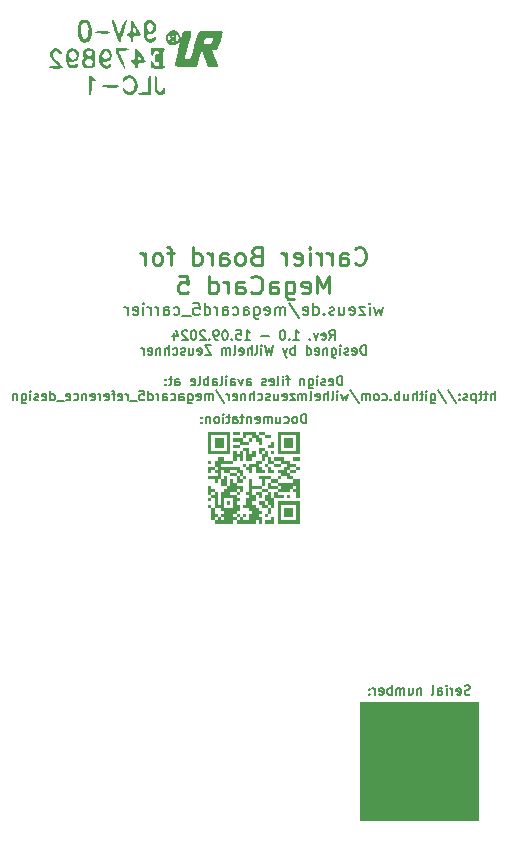
<source format=gbr>
%TF.GenerationSoftware,KiCad,Pcbnew,8.0.6*%
%TF.CreationDate,2024-10-26T18:15:51+02:00*%
%TF.ProjectId,megacard5_reference_design,6d656761-6361-4726-9435-5f7265666572,1.0*%
%TF.SameCoordinates,Original*%
%TF.FileFunction,Legend,Bot*%
%TF.FilePolarity,Positive*%
%FSLAX46Y46*%
G04 Gerber Fmt 4.6, Leading zero omitted, Abs format (unit mm)*
G04 Created by KiCad (PCBNEW 8.0.6) date 2024-10-26 18:15:51*
%MOMM*%
%LPD*%
G01*
G04 APERTURE LIST*
%ADD10C,0.100000*%
%ADD11C,0.250000*%
%ADD12C,0.200000*%
%ADD13C,0.150000*%
%ADD14C,0.000000*%
%ADD15C,0.120000*%
%ADD16C,3.200000*%
%ADD17C,1.600000*%
%ADD18C,1.100000*%
%ADD19C,6.500000*%
%ADD20C,3.250000*%
%ADD21C,1.800000*%
G04 APERTURE END LIST*
D10*
X104000000Y-91250000D02*
X114000000Y-91250000D01*
X114000000Y-101250000D01*
X104000000Y-101250000D01*
X104000000Y-91250000D01*
G36*
X104000000Y-91250000D02*
G01*
X114000000Y-91250000D01*
X114000000Y-101250000D01*
X104000000Y-101250000D01*
X104000000Y-91250000D01*
G37*
D11*
X103571427Y-54080613D02*
X103642855Y-54152042D01*
X103642855Y-54152042D02*
X103857141Y-54223470D01*
X103857141Y-54223470D02*
X103999998Y-54223470D01*
X103999998Y-54223470D02*
X104214284Y-54152042D01*
X104214284Y-54152042D02*
X104357141Y-54009184D01*
X104357141Y-54009184D02*
X104428570Y-53866327D01*
X104428570Y-53866327D02*
X104499998Y-53580613D01*
X104499998Y-53580613D02*
X104499998Y-53366327D01*
X104499998Y-53366327D02*
X104428570Y-53080613D01*
X104428570Y-53080613D02*
X104357141Y-52937756D01*
X104357141Y-52937756D02*
X104214284Y-52794899D01*
X104214284Y-52794899D02*
X103999998Y-52723470D01*
X103999998Y-52723470D02*
X103857141Y-52723470D01*
X103857141Y-52723470D02*
X103642855Y-52794899D01*
X103642855Y-52794899D02*
X103571427Y-52866327D01*
X102285713Y-54223470D02*
X102285713Y-53437756D01*
X102285713Y-53437756D02*
X102357141Y-53294899D01*
X102357141Y-53294899D02*
X102499998Y-53223470D01*
X102499998Y-53223470D02*
X102785713Y-53223470D01*
X102785713Y-53223470D02*
X102928570Y-53294899D01*
X102285713Y-54152042D02*
X102428570Y-54223470D01*
X102428570Y-54223470D02*
X102785713Y-54223470D01*
X102785713Y-54223470D02*
X102928570Y-54152042D01*
X102928570Y-54152042D02*
X102999998Y-54009184D01*
X102999998Y-54009184D02*
X102999998Y-53866327D01*
X102999998Y-53866327D02*
X102928570Y-53723470D01*
X102928570Y-53723470D02*
X102785713Y-53652042D01*
X102785713Y-53652042D02*
X102428570Y-53652042D01*
X102428570Y-53652042D02*
X102285713Y-53580613D01*
X101571427Y-54223470D02*
X101571427Y-53223470D01*
X101571427Y-53509184D02*
X101499998Y-53366327D01*
X101499998Y-53366327D02*
X101428570Y-53294899D01*
X101428570Y-53294899D02*
X101285712Y-53223470D01*
X101285712Y-53223470D02*
X101142855Y-53223470D01*
X100642856Y-54223470D02*
X100642856Y-53223470D01*
X100642856Y-53509184D02*
X100571427Y-53366327D01*
X100571427Y-53366327D02*
X100499999Y-53294899D01*
X100499999Y-53294899D02*
X100357141Y-53223470D01*
X100357141Y-53223470D02*
X100214284Y-53223470D01*
X99714285Y-54223470D02*
X99714285Y-53223470D01*
X99714285Y-52723470D02*
X99785713Y-52794899D01*
X99785713Y-52794899D02*
X99714285Y-52866327D01*
X99714285Y-52866327D02*
X99642856Y-52794899D01*
X99642856Y-52794899D02*
X99714285Y-52723470D01*
X99714285Y-52723470D02*
X99714285Y-52866327D01*
X98428570Y-54152042D02*
X98571427Y-54223470D01*
X98571427Y-54223470D02*
X98857142Y-54223470D01*
X98857142Y-54223470D02*
X98999999Y-54152042D01*
X98999999Y-54152042D02*
X99071427Y-54009184D01*
X99071427Y-54009184D02*
X99071427Y-53437756D01*
X99071427Y-53437756D02*
X98999999Y-53294899D01*
X98999999Y-53294899D02*
X98857142Y-53223470D01*
X98857142Y-53223470D02*
X98571427Y-53223470D01*
X98571427Y-53223470D02*
X98428570Y-53294899D01*
X98428570Y-53294899D02*
X98357142Y-53437756D01*
X98357142Y-53437756D02*
X98357142Y-53580613D01*
X98357142Y-53580613D02*
X99071427Y-53723470D01*
X97714285Y-54223470D02*
X97714285Y-53223470D01*
X97714285Y-53509184D02*
X97642856Y-53366327D01*
X97642856Y-53366327D02*
X97571428Y-53294899D01*
X97571428Y-53294899D02*
X97428570Y-53223470D01*
X97428570Y-53223470D02*
X97285713Y-53223470D01*
X95142857Y-53437756D02*
X94928571Y-53509184D01*
X94928571Y-53509184D02*
X94857142Y-53580613D01*
X94857142Y-53580613D02*
X94785714Y-53723470D01*
X94785714Y-53723470D02*
X94785714Y-53937756D01*
X94785714Y-53937756D02*
X94857142Y-54080613D01*
X94857142Y-54080613D02*
X94928571Y-54152042D01*
X94928571Y-54152042D02*
X95071428Y-54223470D01*
X95071428Y-54223470D02*
X95642857Y-54223470D01*
X95642857Y-54223470D02*
X95642857Y-52723470D01*
X95642857Y-52723470D02*
X95142857Y-52723470D01*
X95142857Y-52723470D02*
X95000000Y-52794899D01*
X95000000Y-52794899D02*
X94928571Y-52866327D01*
X94928571Y-52866327D02*
X94857142Y-53009184D01*
X94857142Y-53009184D02*
X94857142Y-53152042D01*
X94857142Y-53152042D02*
X94928571Y-53294899D01*
X94928571Y-53294899D02*
X95000000Y-53366327D01*
X95000000Y-53366327D02*
X95142857Y-53437756D01*
X95142857Y-53437756D02*
X95642857Y-53437756D01*
X93928571Y-54223470D02*
X94071428Y-54152042D01*
X94071428Y-54152042D02*
X94142857Y-54080613D01*
X94142857Y-54080613D02*
X94214285Y-53937756D01*
X94214285Y-53937756D02*
X94214285Y-53509184D01*
X94214285Y-53509184D02*
X94142857Y-53366327D01*
X94142857Y-53366327D02*
X94071428Y-53294899D01*
X94071428Y-53294899D02*
X93928571Y-53223470D01*
X93928571Y-53223470D02*
X93714285Y-53223470D01*
X93714285Y-53223470D02*
X93571428Y-53294899D01*
X93571428Y-53294899D02*
X93500000Y-53366327D01*
X93500000Y-53366327D02*
X93428571Y-53509184D01*
X93428571Y-53509184D02*
X93428571Y-53937756D01*
X93428571Y-53937756D02*
X93500000Y-54080613D01*
X93500000Y-54080613D02*
X93571428Y-54152042D01*
X93571428Y-54152042D02*
X93714285Y-54223470D01*
X93714285Y-54223470D02*
X93928571Y-54223470D01*
X92142857Y-54223470D02*
X92142857Y-53437756D01*
X92142857Y-53437756D02*
X92214285Y-53294899D01*
X92214285Y-53294899D02*
X92357142Y-53223470D01*
X92357142Y-53223470D02*
X92642857Y-53223470D01*
X92642857Y-53223470D02*
X92785714Y-53294899D01*
X92142857Y-54152042D02*
X92285714Y-54223470D01*
X92285714Y-54223470D02*
X92642857Y-54223470D01*
X92642857Y-54223470D02*
X92785714Y-54152042D01*
X92785714Y-54152042D02*
X92857142Y-54009184D01*
X92857142Y-54009184D02*
X92857142Y-53866327D01*
X92857142Y-53866327D02*
X92785714Y-53723470D01*
X92785714Y-53723470D02*
X92642857Y-53652042D01*
X92642857Y-53652042D02*
X92285714Y-53652042D01*
X92285714Y-53652042D02*
X92142857Y-53580613D01*
X91428571Y-54223470D02*
X91428571Y-53223470D01*
X91428571Y-53509184D02*
X91357142Y-53366327D01*
X91357142Y-53366327D02*
X91285714Y-53294899D01*
X91285714Y-53294899D02*
X91142856Y-53223470D01*
X91142856Y-53223470D02*
X90999999Y-53223470D01*
X89857143Y-54223470D02*
X89857143Y-52723470D01*
X89857143Y-54152042D02*
X90000000Y-54223470D01*
X90000000Y-54223470D02*
X90285714Y-54223470D01*
X90285714Y-54223470D02*
X90428571Y-54152042D01*
X90428571Y-54152042D02*
X90500000Y-54080613D01*
X90500000Y-54080613D02*
X90571428Y-53937756D01*
X90571428Y-53937756D02*
X90571428Y-53509184D01*
X90571428Y-53509184D02*
X90500000Y-53366327D01*
X90500000Y-53366327D02*
X90428571Y-53294899D01*
X90428571Y-53294899D02*
X90285714Y-53223470D01*
X90285714Y-53223470D02*
X90000000Y-53223470D01*
X90000000Y-53223470D02*
X89857143Y-53294899D01*
X88214285Y-53223470D02*
X87642857Y-53223470D01*
X88000000Y-54223470D02*
X88000000Y-52937756D01*
X88000000Y-52937756D02*
X87928571Y-52794899D01*
X87928571Y-52794899D02*
X87785714Y-52723470D01*
X87785714Y-52723470D02*
X87642857Y-52723470D01*
X86928571Y-54223470D02*
X87071428Y-54152042D01*
X87071428Y-54152042D02*
X87142857Y-54080613D01*
X87142857Y-54080613D02*
X87214285Y-53937756D01*
X87214285Y-53937756D02*
X87214285Y-53509184D01*
X87214285Y-53509184D02*
X87142857Y-53366327D01*
X87142857Y-53366327D02*
X87071428Y-53294899D01*
X87071428Y-53294899D02*
X86928571Y-53223470D01*
X86928571Y-53223470D02*
X86714285Y-53223470D01*
X86714285Y-53223470D02*
X86571428Y-53294899D01*
X86571428Y-53294899D02*
X86500000Y-53366327D01*
X86500000Y-53366327D02*
X86428571Y-53509184D01*
X86428571Y-53509184D02*
X86428571Y-53937756D01*
X86428571Y-53937756D02*
X86500000Y-54080613D01*
X86500000Y-54080613D02*
X86571428Y-54152042D01*
X86571428Y-54152042D02*
X86714285Y-54223470D01*
X86714285Y-54223470D02*
X86928571Y-54223470D01*
X85785714Y-54223470D02*
X85785714Y-53223470D01*
X85785714Y-53509184D02*
X85714285Y-53366327D01*
X85714285Y-53366327D02*
X85642857Y-53294899D01*
X85642857Y-53294899D02*
X85499999Y-53223470D01*
X85499999Y-53223470D02*
X85357142Y-53223470D01*
X101357142Y-56638386D02*
X101357142Y-55138386D01*
X101357142Y-55138386D02*
X100857142Y-56209815D01*
X100857142Y-56209815D02*
X100357142Y-55138386D01*
X100357142Y-55138386D02*
X100357142Y-56638386D01*
X99071427Y-56566958D02*
X99214284Y-56638386D01*
X99214284Y-56638386D02*
X99499999Y-56638386D01*
X99499999Y-56638386D02*
X99642856Y-56566958D01*
X99642856Y-56566958D02*
X99714284Y-56424100D01*
X99714284Y-56424100D02*
X99714284Y-55852672D01*
X99714284Y-55852672D02*
X99642856Y-55709815D01*
X99642856Y-55709815D02*
X99499999Y-55638386D01*
X99499999Y-55638386D02*
X99214284Y-55638386D01*
X99214284Y-55638386D02*
X99071427Y-55709815D01*
X99071427Y-55709815D02*
X98999999Y-55852672D01*
X98999999Y-55852672D02*
X98999999Y-55995529D01*
X98999999Y-55995529D02*
X99714284Y-56138386D01*
X97714285Y-55638386D02*
X97714285Y-56852672D01*
X97714285Y-56852672D02*
X97785713Y-56995529D01*
X97785713Y-56995529D02*
X97857142Y-57066958D01*
X97857142Y-57066958D02*
X97999999Y-57138386D01*
X97999999Y-57138386D02*
X98214285Y-57138386D01*
X98214285Y-57138386D02*
X98357142Y-57066958D01*
X97714285Y-56566958D02*
X97857142Y-56638386D01*
X97857142Y-56638386D02*
X98142856Y-56638386D01*
X98142856Y-56638386D02*
X98285713Y-56566958D01*
X98285713Y-56566958D02*
X98357142Y-56495529D01*
X98357142Y-56495529D02*
X98428570Y-56352672D01*
X98428570Y-56352672D02*
X98428570Y-55924100D01*
X98428570Y-55924100D02*
X98357142Y-55781243D01*
X98357142Y-55781243D02*
X98285713Y-55709815D01*
X98285713Y-55709815D02*
X98142856Y-55638386D01*
X98142856Y-55638386D02*
X97857142Y-55638386D01*
X97857142Y-55638386D02*
X97714285Y-55709815D01*
X96357142Y-56638386D02*
X96357142Y-55852672D01*
X96357142Y-55852672D02*
X96428570Y-55709815D01*
X96428570Y-55709815D02*
X96571427Y-55638386D01*
X96571427Y-55638386D02*
X96857142Y-55638386D01*
X96857142Y-55638386D02*
X96999999Y-55709815D01*
X96357142Y-56566958D02*
X96499999Y-56638386D01*
X96499999Y-56638386D02*
X96857142Y-56638386D01*
X96857142Y-56638386D02*
X96999999Y-56566958D01*
X96999999Y-56566958D02*
X97071427Y-56424100D01*
X97071427Y-56424100D02*
X97071427Y-56281243D01*
X97071427Y-56281243D02*
X96999999Y-56138386D01*
X96999999Y-56138386D02*
X96857142Y-56066958D01*
X96857142Y-56066958D02*
X96499999Y-56066958D01*
X96499999Y-56066958D02*
X96357142Y-55995529D01*
X94785713Y-56495529D02*
X94857141Y-56566958D01*
X94857141Y-56566958D02*
X95071427Y-56638386D01*
X95071427Y-56638386D02*
X95214284Y-56638386D01*
X95214284Y-56638386D02*
X95428570Y-56566958D01*
X95428570Y-56566958D02*
X95571427Y-56424100D01*
X95571427Y-56424100D02*
X95642856Y-56281243D01*
X95642856Y-56281243D02*
X95714284Y-55995529D01*
X95714284Y-55995529D02*
X95714284Y-55781243D01*
X95714284Y-55781243D02*
X95642856Y-55495529D01*
X95642856Y-55495529D02*
X95571427Y-55352672D01*
X95571427Y-55352672D02*
X95428570Y-55209815D01*
X95428570Y-55209815D02*
X95214284Y-55138386D01*
X95214284Y-55138386D02*
X95071427Y-55138386D01*
X95071427Y-55138386D02*
X94857141Y-55209815D01*
X94857141Y-55209815D02*
X94785713Y-55281243D01*
X93499999Y-56638386D02*
X93499999Y-55852672D01*
X93499999Y-55852672D02*
X93571427Y-55709815D01*
X93571427Y-55709815D02*
X93714284Y-55638386D01*
X93714284Y-55638386D02*
X93999999Y-55638386D01*
X93999999Y-55638386D02*
X94142856Y-55709815D01*
X93499999Y-56566958D02*
X93642856Y-56638386D01*
X93642856Y-56638386D02*
X93999999Y-56638386D01*
X93999999Y-56638386D02*
X94142856Y-56566958D01*
X94142856Y-56566958D02*
X94214284Y-56424100D01*
X94214284Y-56424100D02*
X94214284Y-56281243D01*
X94214284Y-56281243D02*
X94142856Y-56138386D01*
X94142856Y-56138386D02*
X93999999Y-56066958D01*
X93999999Y-56066958D02*
X93642856Y-56066958D01*
X93642856Y-56066958D02*
X93499999Y-55995529D01*
X92785713Y-56638386D02*
X92785713Y-55638386D01*
X92785713Y-55924100D02*
X92714284Y-55781243D01*
X92714284Y-55781243D02*
X92642856Y-55709815D01*
X92642856Y-55709815D02*
X92499998Y-55638386D01*
X92499998Y-55638386D02*
X92357141Y-55638386D01*
X91214285Y-56638386D02*
X91214285Y-55138386D01*
X91214285Y-56566958D02*
X91357142Y-56638386D01*
X91357142Y-56638386D02*
X91642856Y-56638386D01*
X91642856Y-56638386D02*
X91785713Y-56566958D01*
X91785713Y-56566958D02*
X91857142Y-56495529D01*
X91857142Y-56495529D02*
X91928570Y-56352672D01*
X91928570Y-56352672D02*
X91928570Y-55924100D01*
X91928570Y-55924100D02*
X91857142Y-55781243D01*
X91857142Y-55781243D02*
X91785713Y-55709815D01*
X91785713Y-55709815D02*
X91642856Y-55638386D01*
X91642856Y-55638386D02*
X91357142Y-55638386D01*
X91357142Y-55638386D02*
X91214285Y-55709815D01*
X88642856Y-55138386D02*
X89357142Y-55138386D01*
X89357142Y-55138386D02*
X89428570Y-55852672D01*
X89428570Y-55852672D02*
X89357142Y-55781243D01*
X89357142Y-55781243D02*
X89214285Y-55709815D01*
X89214285Y-55709815D02*
X88857142Y-55709815D01*
X88857142Y-55709815D02*
X88714285Y-55781243D01*
X88714285Y-55781243D02*
X88642856Y-55852672D01*
X88642856Y-55852672D02*
X88571427Y-55995529D01*
X88571427Y-55995529D02*
X88571427Y-56352672D01*
X88571427Y-56352672D02*
X88642856Y-56495529D01*
X88642856Y-56495529D02*
X88714285Y-56566958D01*
X88714285Y-56566958D02*
X88857142Y-56638386D01*
X88857142Y-56638386D02*
X89214285Y-56638386D01*
X89214285Y-56638386D02*
X89357142Y-56566958D01*
X89357142Y-56566958D02*
X89428570Y-56495529D01*
D12*
X105928571Y-57785552D02*
X105738095Y-58452219D01*
X105738095Y-58452219D02*
X105547619Y-57976028D01*
X105547619Y-57976028D02*
X105357143Y-58452219D01*
X105357143Y-58452219D02*
X105166667Y-57785552D01*
X104785714Y-58452219D02*
X104785714Y-57785552D01*
X104785714Y-57452219D02*
X104833333Y-57499838D01*
X104833333Y-57499838D02*
X104785714Y-57547457D01*
X104785714Y-57547457D02*
X104738095Y-57499838D01*
X104738095Y-57499838D02*
X104785714Y-57452219D01*
X104785714Y-57452219D02*
X104785714Y-57547457D01*
X104404762Y-57785552D02*
X103880953Y-57785552D01*
X103880953Y-57785552D02*
X104404762Y-58452219D01*
X104404762Y-58452219D02*
X103880953Y-58452219D01*
X103119048Y-58404600D02*
X103214286Y-58452219D01*
X103214286Y-58452219D02*
X103404762Y-58452219D01*
X103404762Y-58452219D02*
X103500000Y-58404600D01*
X103500000Y-58404600D02*
X103547619Y-58309361D01*
X103547619Y-58309361D02*
X103547619Y-57928409D01*
X103547619Y-57928409D02*
X103500000Y-57833171D01*
X103500000Y-57833171D02*
X103404762Y-57785552D01*
X103404762Y-57785552D02*
X103214286Y-57785552D01*
X103214286Y-57785552D02*
X103119048Y-57833171D01*
X103119048Y-57833171D02*
X103071429Y-57928409D01*
X103071429Y-57928409D02*
X103071429Y-58023647D01*
X103071429Y-58023647D02*
X103547619Y-58118885D01*
X102214286Y-57785552D02*
X102214286Y-58452219D01*
X102642857Y-57785552D02*
X102642857Y-58309361D01*
X102642857Y-58309361D02*
X102595238Y-58404600D01*
X102595238Y-58404600D02*
X102500000Y-58452219D01*
X102500000Y-58452219D02*
X102357143Y-58452219D01*
X102357143Y-58452219D02*
X102261905Y-58404600D01*
X102261905Y-58404600D02*
X102214286Y-58356980D01*
X101785714Y-58404600D02*
X101690476Y-58452219D01*
X101690476Y-58452219D02*
X101500000Y-58452219D01*
X101500000Y-58452219D02*
X101404762Y-58404600D01*
X101404762Y-58404600D02*
X101357143Y-58309361D01*
X101357143Y-58309361D02*
X101357143Y-58261742D01*
X101357143Y-58261742D02*
X101404762Y-58166504D01*
X101404762Y-58166504D02*
X101500000Y-58118885D01*
X101500000Y-58118885D02*
X101642857Y-58118885D01*
X101642857Y-58118885D02*
X101738095Y-58071266D01*
X101738095Y-58071266D02*
X101785714Y-57976028D01*
X101785714Y-57976028D02*
X101785714Y-57928409D01*
X101785714Y-57928409D02*
X101738095Y-57833171D01*
X101738095Y-57833171D02*
X101642857Y-57785552D01*
X101642857Y-57785552D02*
X101500000Y-57785552D01*
X101500000Y-57785552D02*
X101404762Y-57833171D01*
X100928571Y-58356980D02*
X100880952Y-58404600D01*
X100880952Y-58404600D02*
X100928571Y-58452219D01*
X100928571Y-58452219D02*
X100976190Y-58404600D01*
X100976190Y-58404600D02*
X100928571Y-58356980D01*
X100928571Y-58356980D02*
X100928571Y-58452219D01*
X100023810Y-58452219D02*
X100023810Y-57452219D01*
X100023810Y-58404600D02*
X100119048Y-58452219D01*
X100119048Y-58452219D02*
X100309524Y-58452219D01*
X100309524Y-58452219D02*
X100404762Y-58404600D01*
X100404762Y-58404600D02*
X100452381Y-58356980D01*
X100452381Y-58356980D02*
X100500000Y-58261742D01*
X100500000Y-58261742D02*
X100500000Y-57976028D01*
X100500000Y-57976028D02*
X100452381Y-57880790D01*
X100452381Y-57880790D02*
X100404762Y-57833171D01*
X100404762Y-57833171D02*
X100309524Y-57785552D01*
X100309524Y-57785552D02*
X100119048Y-57785552D01*
X100119048Y-57785552D02*
X100023810Y-57833171D01*
X99166667Y-58404600D02*
X99261905Y-58452219D01*
X99261905Y-58452219D02*
X99452381Y-58452219D01*
X99452381Y-58452219D02*
X99547619Y-58404600D01*
X99547619Y-58404600D02*
X99595238Y-58309361D01*
X99595238Y-58309361D02*
X99595238Y-57928409D01*
X99595238Y-57928409D02*
X99547619Y-57833171D01*
X99547619Y-57833171D02*
X99452381Y-57785552D01*
X99452381Y-57785552D02*
X99261905Y-57785552D01*
X99261905Y-57785552D02*
X99166667Y-57833171D01*
X99166667Y-57833171D02*
X99119048Y-57928409D01*
X99119048Y-57928409D02*
X99119048Y-58023647D01*
X99119048Y-58023647D02*
X99595238Y-58118885D01*
X97976191Y-57404600D02*
X98833333Y-58690314D01*
X97642857Y-58452219D02*
X97642857Y-57785552D01*
X97642857Y-57880790D02*
X97595238Y-57833171D01*
X97595238Y-57833171D02*
X97500000Y-57785552D01*
X97500000Y-57785552D02*
X97357143Y-57785552D01*
X97357143Y-57785552D02*
X97261905Y-57833171D01*
X97261905Y-57833171D02*
X97214286Y-57928409D01*
X97214286Y-57928409D02*
X97214286Y-58452219D01*
X97214286Y-57928409D02*
X97166667Y-57833171D01*
X97166667Y-57833171D02*
X97071429Y-57785552D01*
X97071429Y-57785552D02*
X96928572Y-57785552D01*
X96928572Y-57785552D02*
X96833333Y-57833171D01*
X96833333Y-57833171D02*
X96785714Y-57928409D01*
X96785714Y-57928409D02*
X96785714Y-58452219D01*
X95928572Y-58404600D02*
X96023810Y-58452219D01*
X96023810Y-58452219D02*
X96214286Y-58452219D01*
X96214286Y-58452219D02*
X96309524Y-58404600D01*
X96309524Y-58404600D02*
X96357143Y-58309361D01*
X96357143Y-58309361D02*
X96357143Y-57928409D01*
X96357143Y-57928409D02*
X96309524Y-57833171D01*
X96309524Y-57833171D02*
X96214286Y-57785552D01*
X96214286Y-57785552D02*
X96023810Y-57785552D01*
X96023810Y-57785552D02*
X95928572Y-57833171D01*
X95928572Y-57833171D02*
X95880953Y-57928409D01*
X95880953Y-57928409D02*
X95880953Y-58023647D01*
X95880953Y-58023647D02*
X96357143Y-58118885D01*
X95023810Y-57785552D02*
X95023810Y-58595076D01*
X95023810Y-58595076D02*
X95071429Y-58690314D01*
X95071429Y-58690314D02*
X95119048Y-58737933D01*
X95119048Y-58737933D02*
X95214286Y-58785552D01*
X95214286Y-58785552D02*
X95357143Y-58785552D01*
X95357143Y-58785552D02*
X95452381Y-58737933D01*
X95023810Y-58404600D02*
X95119048Y-58452219D01*
X95119048Y-58452219D02*
X95309524Y-58452219D01*
X95309524Y-58452219D02*
X95404762Y-58404600D01*
X95404762Y-58404600D02*
X95452381Y-58356980D01*
X95452381Y-58356980D02*
X95500000Y-58261742D01*
X95500000Y-58261742D02*
X95500000Y-57976028D01*
X95500000Y-57976028D02*
X95452381Y-57880790D01*
X95452381Y-57880790D02*
X95404762Y-57833171D01*
X95404762Y-57833171D02*
X95309524Y-57785552D01*
X95309524Y-57785552D02*
X95119048Y-57785552D01*
X95119048Y-57785552D02*
X95023810Y-57833171D01*
X94119048Y-58452219D02*
X94119048Y-57928409D01*
X94119048Y-57928409D02*
X94166667Y-57833171D01*
X94166667Y-57833171D02*
X94261905Y-57785552D01*
X94261905Y-57785552D02*
X94452381Y-57785552D01*
X94452381Y-57785552D02*
X94547619Y-57833171D01*
X94119048Y-58404600D02*
X94214286Y-58452219D01*
X94214286Y-58452219D02*
X94452381Y-58452219D01*
X94452381Y-58452219D02*
X94547619Y-58404600D01*
X94547619Y-58404600D02*
X94595238Y-58309361D01*
X94595238Y-58309361D02*
X94595238Y-58214123D01*
X94595238Y-58214123D02*
X94547619Y-58118885D01*
X94547619Y-58118885D02*
X94452381Y-58071266D01*
X94452381Y-58071266D02*
X94214286Y-58071266D01*
X94214286Y-58071266D02*
X94119048Y-58023647D01*
X93214286Y-58404600D02*
X93309524Y-58452219D01*
X93309524Y-58452219D02*
X93500000Y-58452219D01*
X93500000Y-58452219D02*
X93595238Y-58404600D01*
X93595238Y-58404600D02*
X93642857Y-58356980D01*
X93642857Y-58356980D02*
X93690476Y-58261742D01*
X93690476Y-58261742D02*
X93690476Y-57976028D01*
X93690476Y-57976028D02*
X93642857Y-57880790D01*
X93642857Y-57880790D02*
X93595238Y-57833171D01*
X93595238Y-57833171D02*
X93500000Y-57785552D01*
X93500000Y-57785552D02*
X93309524Y-57785552D01*
X93309524Y-57785552D02*
X93214286Y-57833171D01*
X92357143Y-58452219D02*
X92357143Y-57928409D01*
X92357143Y-57928409D02*
X92404762Y-57833171D01*
X92404762Y-57833171D02*
X92500000Y-57785552D01*
X92500000Y-57785552D02*
X92690476Y-57785552D01*
X92690476Y-57785552D02*
X92785714Y-57833171D01*
X92357143Y-58404600D02*
X92452381Y-58452219D01*
X92452381Y-58452219D02*
X92690476Y-58452219D01*
X92690476Y-58452219D02*
X92785714Y-58404600D01*
X92785714Y-58404600D02*
X92833333Y-58309361D01*
X92833333Y-58309361D02*
X92833333Y-58214123D01*
X92833333Y-58214123D02*
X92785714Y-58118885D01*
X92785714Y-58118885D02*
X92690476Y-58071266D01*
X92690476Y-58071266D02*
X92452381Y-58071266D01*
X92452381Y-58071266D02*
X92357143Y-58023647D01*
X91880952Y-58452219D02*
X91880952Y-57785552D01*
X91880952Y-57976028D02*
X91833333Y-57880790D01*
X91833333Y-57880790D02*
X91785714Y-57833171D01*
X91785714Y-57833171D02*
X91690476Y-57785552D01*
X91690476Y-57785552D02*
X91595238Y-57785552D01*
X90833333Y-58452219D02*
X90833333Y-57452219D01*
X90833333Y-58404600D02*
X90928571Y-58452219D01*
X90928571Y-58452219D02*
X91119047Y-58452219D01*
X91119047Y-58452219D02*
X91214285Y-58404600D01*
X91214285Y-58404600D02*
X91261904Y-58356980D01*
X91261904Y-58356980D02*
X91309523Y-58261742D01*
X91309523Y-58261742D02*
X91309523Y-57976028D01*
X91309523Y-57976028D02*
X91261904Y-57880790D01*
X91261904Y-57880790D02*
X91214285Y-57833171D01*
X91214285Y-57833171D02*
X91119047Y-57785552D01*
X91119047Y-57785552D02*
X90928571Y-57785552D01*
X90928571Y-57785552D02*
X90833333Y-57833171D01*
X89880952Y-57452219D02*
X90357142Y-57452219D01*
X90357142Y-57452219D02*
X90404761Y-57928409D01*
X90404761Y-57928409D02*
X90357142Y-57880790D01*
X90357142Y-57880790D02*
X90261904Y-57833171D01*
X90261904Y-57833171D02*
X90023809Y-57833171D01*
X90023809Y-57833171D02*
X89928571Y-57880790D01*
X89928571Y-57880790D02*
X89880952Y-57928409D01*
X89880952Y-57928409D02*
X89833333Y-58023647D01*
X89833333Y-58023647D02*
X89833333Y-58261742D01*
X89833333Y-58261742D02*
X89880952Y-58356980D01*
X89880952Y-58356980D02*
X89928571Y-58404600D01*
X89928571Y-58404600D02*
X90023809Y-58452219D01*
X90023809Y-58452219D02*
X90261904Y-58452219D01*
X90261904Y-58452219D02*
X90357142Y-58404600D01*
X90357142Y-58404600D02*
X90404761Y-58356980D01*
X89642857Y-58547457D02*
X88880952Y-58547457D01*
X88214285Y-58404600D02*
X88309523Y-58452219D01*
X88309523Y-58452219D02*
X88499999Y-58452219D01*
X88499999Y-58452219D02*
X88595237Y-58404600D01*
X88595237Y-58404600D02*
X88642856Y-58356980D01*
X88642856Y-58356980D02*
X88690475Y-58261742D01*
X88690475Y-58261742D02*
X88690475Y-57976028D01*
X88690475Y-57976028D02*
X88642856Y-57880790D01*
X88642856Y-57880790D02*
X88595237Y-57833171D01*
X88595237Y-57833171D02*
X88499999Y-57785552D01*
X88499999Y-57785552D02*
X88309523Y-57785552D01*
X88309523Y-57785552D02*
X88214285Y-57833171D01*
X87357142Y-58452219D02*
X87357142Y-57928409D01*
X87357142Y-57928409D02*
X87404761Y-57833171D01*
X87404761Y-57833171D02*
X87499999Y-57785552D01*
X87499999Y-57785552D02*
X87690475Y-57785552D01*
X87690475Y-57785552D02*
X87785713Y-57833171D01*
X87357142Y-58404600D02*
X87452380Y-58452219D01*
X87452380Y-58452219D02*
X87690475Y-58452219D01*
X87690475Y-58452219D02*
X87785713Y-58404600D01*
X87785713Y-58404600D02*
X87833332Y-58309361D01*
X87833332Y-58309361D02*
X87833332Y-58214123D01*
X87833332Y-58214123D02*
X87785713Y-58118885D01*
X87785713Y-58118885D02*
X87690475Y-58071266D01*
X87690475Y-58071266D02*
X87452380Y-58071266D01*
X87452380Y-58071266D02*
X87357142Y-58023647D01*
X86880951Y-58452219D02*
X86880951Y-57785552D01*
X86880951Y-57976028D02*
X86833332Y-57880790D01*
X86833332Y-57880790D02*
X86785713Y-57833171D01*
X86785713Y-57833171D02*
X86690475Y-57785552D01*
X86690475Y-57785552D02*
X86595237Y-57785552D01*
X86261903Y-58452219D02*
X86261903Y-57785552D01*
X86261903Y-57976028D02*
X86214284Y-57880790D01*
X86214284Y-57880790D02*
X86166665Y-57833171D01*
X86166665Y-57833171D02*
X86071427Y-57785552D01*
X86071427Y-57785552D02*
X85976189Y-57785552D01*
X85642855Y-58452219D02*
X85642855Y-57785552D01*
X85642855Y-57452219D02*
X85690474Y-57499838D01*
X85690474Y-57499838D02*
X85642855Y-57547457D01*
X85642855Y-57547457D02*
X85595236Y-57499838D01*
X85595236Y-57499838D02*
X85642855Y-57452219D01*
X85642855Y-57452219D02*
X85642855Y-57547457D01*
X84785713Y-58404600D02*
X84880951Y-58452219D01*
X84880951Y-58452219D02*
X85071427Y-58452219D01*
X85071427Y-58452219D02*
X85166665Y-58404600D01*
X85166665Y-58404600D02*
X85214284Y-58309361D01*
X85214284Y-58309361D02*
X85214284Y-57928409D01*
X85214284Y-57928409D02*
X85166665Y-57833171D01*
X85166665Y-57833171D02*
X85071427Y-57785552D01*
X85071427Y-57785552D02*
X84880951Y-57785552D01*
X84880951Y-57785552D02*
X84785713Y-57833171D01*
X84785713Y-57833171D02*
X84738094Y-57928409D01*
X84738094Y-57928409D02*
X84738094Y-58023647D01*
X84738094Y-58023647D02*
X85214284Y-58118885D01*
X84309522Y-58452219D02*
X84309522Y-57785552D01*
X84309522Y-57976028D02*
X84261903Y-57880790D01*
X84261903Y-57880790D02*
X84214284Y-57833171D01*
X84214284Y-57833171D02*
X84119046Y-57785552D01*
X84119046Y-57785552D02*
X84023808Y-57785552D01*
D13*
X101380952Y-60536385D02*
X101647619Y-60155432D01*
X101838095Y-60536385D02*
X101838095Y-59736385D01*
X101838095Y-59736385D02*
X101533333Y-59736385D01*
X101533333Y-59736385D02*
X101457143Y-59774480D01*
X101457143Y-59774480D02*
X101419048Y-59812575D01*
X101419048Y-59812575D02*
X101380952Y-59888766D01*
X101380952Y-59888766D02*
X101380952Y-60003051D01*
X101380952Y-60003051D02*
X101419048Y-60079242D01*
X101419048Y-60079242D02*
X101457143Y-60117337D01*
X101457143Y-60117337D02*
X101533333Y-60155432D01*
X101533333Y-60155432D02*
X101838095Y-60155432D01*
X100733333Y-60498290D02*
X100809524Y-60536385D01*
X100809524Y-60536385D02*
X100961905Y-60536385D01*
X100961905Y-60536385D02*
X101038095Y-60498290D01*
X101038095Y-60498290D02*
X101076191Y-60422099D01*
X101076191Y-60422099D02*
X101076191Y-60117337D01*
X101076191Y-60117337D02*
X101038095Y-60041147D01*
X101038095Y-60041147D02*
X100961905Y-60003051D01*
X100961905Y-60003051D02*
X100809524Y-60003051D01*
X100809524Y-60003051D02*
X100733333Y-60041147D01*
X100733333Y-60041147D02*
X100695238Y-60117337D01*
X100695238Y-60117337D02*
X100695238Y-60193528D01*
X100695238Y-60193528D02*
X101076191Y-60269718D01*
X100428572Y-60003051D02*
X100238096Y-60536385D01*
X100238096Y-60536385D02*
X100047619Y-60003051D01*
X99742857Y-60460194D02*
X99704762Y-60498290D01*
X99704762Y-60498290D02*
X99742857Y-60536385D01*
X99742857Y-60536385D02*
X99780953Y-60498290D01*
X99780953Y-60498290D02*
X99742857Y-60460194D01*
X99742857Y-60460194D02*
X99742857Y-60536385D01*
X98333334Y-60536385D02*
X98790477Y-60536385D01*
X98561905Y-60536385D02*
X98561905Y-59736385D01*
X98561905Y-59736385D02*
X98638096Y-59850670D01*
X98638096Y-59850670D02*
X98714286Y-59926861D01*
X98714286Y-59926861D02*
X98790477Y-59964956D01*
X97990476Y-60460194D02*
X97952381Y-60498290D01*
X97952381Y-60498290D02*
X97990476Y-60536385D01*
X97990476Y-60536385D02*
X98028572Y-60498290D01*
X98028572Y-60498290D02*
X97990476Y-60460194D01*
X97990476Y-60460194D02*
X97990476Y-60536385D01*
X97457143Y-59736385D02*
X97380953Y-59736385D01*
X97380953Y-59736385D02*
X97304762Y-59774480D01*
X97304762Y-59774480D02*
X97266667Y-59812575D01*
X97266667Y-59812575D02*
X97228572Y-59888766D01*
X97228572Y-59888766D02*
X97190477Y-60041147D01*
X97190477Y-60041147D02*
X97190477Y-60231623D01*
X97190477Y-60231623D02*
X97228572Y-60384004D01*
X97228572Y-60384004D02*
X97266667Y-60460194D01*
X97266667Y-60460194D02*
X97304762Y-60498290D01*
X97304762Y-60498290D02*
X97380953Y-60536385D01*
X97380953Y-60536385D02*
X97457143Y-60536385D01*
X97457143Y-60536385D02*
X97533334Y-60498290D01*
X97533334Y-60498290D02*
X97571429Y-60460194D01*
X97571429Y-60460194D02*
X97609524Y-60384004D01*
X97609524Y-60384004D02*
X97647620Y-60231623D01*
X97647620Y-60231623D02*
X97647620Y-60041147D01*
X97647620Y-60041147D02*
X97609524Y-59888766D01*
X97609524Y-59888766D02*
X97571429Y-59812575D01*
X97571429Y-59812575D02*
X97533334Y-59774480D01*
X97533334Y-59774480D02*
X97457143Y-59736385D01*
X96238095Y-60231623D02*
X95628572Y-60231623D01*
X94219048Y-60536385D02*
X94676191Y-60536385D01*
X94447619Y-60536385D02*
X94447619Y-59736385D01*
X94447619Y-59736385D02*
X94523810Y-59850670D01*
X94523810Y-59850670D02*
X94600000Y-59926861D01*
X94600000Y-59926861D02*
X94676191Y-59964956D01*
X93495238Y-59736385D02*
X93876190Y-59736385D01*
X93876190Y-59736385D02*
X93914286Y-60117337D01*
X93914286Y-60117337D02*
X93876190Y-60079242D01*
X93876190Y-60079242D02*
X93800000Y-60041147D01*
X93800000Y-60041147D02*
X93609524Y-60041147D01*
X93609524Y-60041147D02*
X93533333Y-60079242D01*
X93533333Y-60079242D02*
X93495238Y-60117337D01*
X93495238Y-60117337D02*
X93457143Y-60193528D01*
X93457143Y-60193528D02*
X93457143Y-60384004D01*
X93457143Y-60384004D02*
X93495238Y-60460194D01*
X93495238Y-60460194D02*
X93533333Y-60498290D01*
X93533333Y-60498290D02*
X93609524Y-60536385D01*
X93609524Y-60536385D02*
X93800000Y-60536385D01*
X93800000Y-60536385D02*
X93876190Y-60498290D01*
X93876190Y-60498290D02*
X93914286Y-60460194D01*
X93114285Y-60460194D02*
X93076190Y-60498290D01*
X93076190Y-60498290D02*
X93114285Y-60536385D01*
X93114285Y-60536385D02*
X93152381Y-60498290D01*
X93152381Y-60498290D02*
X93114285Y-60460194D01*
X93114285Y-60460194D02*
X93114285Y-60536385D01*
X92580952Y-59736385D02*
X92504762Y-59736385D01*
X92504762Y-59736385D02*
X92428571Y-59774480D01*
X92428571Y-59774480D02*
X92390476Y-59812575D01*
X92390476Y-59812575D02*
X92352381Y-59888766D01*
X92352381Y-59888766D02*
X92314286Y-60041147D01*
X92314286Y-60041147D02*
X92314286Y-60231623D01*
X92314286Y-60231623D02*
X92352381Y-60384004D01*
X92352381Y-60384004D02*
X92390476Y-60460194D01*
X92390476Y-60460194D02*
X92428571Y-60498290D01*
X92428571Y-60498290D02*
X92504762Y-60536385D01*
X92504762Y-60536385D02*
X92580952Y-60536385D01*
X92580952Y-60536385D02*
X92657143Y-60498290D01*
X92657143Y-60498290D02*
X92695238Y-60460194D01*
X92695238Y-60460194D02*
X92733333Y-60384004D01*
X92733333Y-60384004D02*
X92771429Y-60231623D01*
X92771429Y-60231623D02*
X92771429Y-60041147D01*
X92771429Y-60041147D02*
X92733333Y-59888766D01*
X92733333Y-59888766D02*
X92695238Y-59812575D01*
X92695238Y-59812575D02*
X92657143Y-59774480D01*
X92657143Y-59774480D02*
X92580952Y-59736385D01*
X91933333Y-60536385D02*
X91780952Y-60536385D01*
X91780952Y-60536385D02*
X91704762Y-60498290D01*
X91704762Y-60498290D02*
X91666666Y-60460194D01*
X91666666Y-60460194D02*
X91590476Y-60345909D01*
X91590476Y-60345909D02*
X91552381Y-60193528D01*
X91552381Y-60193528D02*
X91552381Y-59888766D01*
X91552381Y-59888766D02*
X91590476Y-59812575D01*
X91590476Y-59812575D02*
X91628571Y-59774480D01*
X91628571Y-59774480D02*
X91704762Y-59736385D01*
X91704762Y-59736385D02*
X91857143Y-59736385D01*
X91857143Y-59736385D02*
X91933333Y-59774480D01*
X91933333Y-59774480D02*
X91971428Y-59812575D01*
X91971428Y-59812575D02*
X92009524Y-59888766D01*
X92009524Y-59888766D02*
X92009524Y-60079242D01*
X92009524Y-60079242D02*
X91971428Y-60155432D01*
X91971428Y-60155432D02*
X91933333Y-60193528D01*
X91933333Y-60193528D02*
X91857143Y-60231623D01*
X91857143Y-60231623D02*
X91704762Y-60231623D01*
X91704762Y-60231623D02*
X91628571Y-60193528D01*
X91628571Y-60193528D02*
X91590476Y-60155432D01*
X91590476Y-60155432D02*
X91552381Y-60079242D01*
X91209523Y-60460194D02*
X91171428Y-60498290D01*
X91171428Y-60498290D02*
X91209523Y-60536385D01*
X91209523Y-60536385D02*
X91247619Y-60498290D01*
X91247619Y-60498290D02*
X91209523Y-60460194D01*
X91209523Y-60460194D02*
X91209523Y-60536385D01*
X90866667Y-59812575D02*
X90828571Y-59774480D01*
X90828571Y-59774480D02*
X90752381Y-59736385D01*
X90752381Y-59736385D02*
X90561905Y-59736385D01*
X90561905Y-59736385D02*
X90485714Y-59774480D01*
X90485714Y-59774480D02*
X90447619Y-59812575D01*
X90447619Y-59812575D02*
X90409524Y-59888766D01*
X90409524Y-59888766D02*
X90409524Y-59964956D01*
X90409524Y-59964956D02*
X90447619Y-60079242D01*
X90447619Y-60079242D02*
X90904762Y-60536385D01*
X90904762Y-60536385D02*
X90409524Y-60536385D01*
X89914285Y-59736385D02*
X89838095Y-59736385D01*
X89838095Y-59736385D02*
X89761904Y-59774480D01*
X89761904Y-59774480D02*
X89723809Y-59812575D01*
X89723809Y-59812575D02*
X89685714Y-59888766D01*
X89685714Y-59888766D02*
X89647619Y-60041147D01*
X89647619Y-60041147D02*
X89647619Y-60231623D01*
X89647619Y-60231623D02*
X89685714Y-60384004D01*
X89685714Y-60384004D02*
X89723809Y-60460194D01*
X89723809Y-60460194D02*
X89761904Y-60498290D01*
X89761904Y-60498290D02*
X89838095Y-60536385D01*
X89838095Y-60536385D02*
X89914285Y-60536385D01*
X89914285Y-60536385D02*
X89990476Y-60498290D01*
X89990476Y-60498290D02*
X90028571Y-60460194D01*
X90028571Y-60460194D02*
X90066666Y-60384004D01*
X90066666Y-60384004D02*
X90104762Y-60231623D01*
X90104762Y-60231623D02*
X90104762Y-60041147D01*
X90104762Y-60041147D02*
X90066666Y-59888766D01*
X90066666Y-59888766D02*
X90028571Y-59812575D01*
X90028571Y-59812575D02*
X89990476Y-59774480D01*
X89990476Y-59774480D02*
X89914285Y-59736385D01*
X89342857Y-59812575D02*
X89304761Y-59774480D01*
X89304761Y-59774480D02*
X89228571Y-59736385D01*
X89228571Y-59736385D02*
X89038095Y-59736385D01*
X89038095Y-59736385D02*
X88961904Y-59774480D01*
X88961904Y-59774480D02*
X88923809Y-59812575D01*
X88923809Y-59812575D02*
X88885714Y-59888766D01*
X88885714Y-59888766D02*
X88885714Y-59964956D01*
X88885714Y-59964956D02*
X88923809Y-60079242D01*
X88923809Y-60079242D02*
X89380952Y-60536385D01*
X89380952Y-60536385D02*
X88885714Y-60536385D01*
X88199999Y-60003051D02*
X88199999Y-60536385D01*
X88390475Y-59698290D02*
X88580952Y-60269718D01*
X88580952Y-60269718D02*
X88085713Y-60269718D01*
X104447620Y-61824340D02*
X104447620Y-61024340D01*
X104447620Y-61024340D02*
X104257144Y-61024340D01*
X104257144Y-61024340D02*
X104142858Y-61062435D01*
X104142858Y-61062435D02*
X104066668Y-61138625D01*
X104066668Y-61138625D02*
X104028573Y-61214816D01*
X104028573Y-61214816D02*
X103990477Y-61367197D01*
X103990477Y-61367197D02*
X103990477Y-61481483D01*
X103990477Y-61481483D02*
X104028573Y-61633864D01*
X104028573Y-61633864D02*
X104066668Y-61710054D01*
X104066668Y-61710054D02*
X104142858Y-61786245D01*
X104142858Y-61786245D02*
X104257144Y-61824340D01*
X104257144Y-61824340D02*
X104447620Y-61824340D01*
X103342858Y-61786245D02*
X103419049Y-61824340D01*
X103419049Y-61824340D02*
X103571430Y-61824340D01*
X103571430Y-61824340D02*
X103647620Y-61786245D01*
X103647620Y-61786245D02*
X103685716Y-61710054D01*
X103685716Y-61710054D02*
X103685716Y-61405292D01*
X103685716Y-61405292D02*
X103647620Y-61329102D01*
X103647620Y-61329102D02*
X103571430Y-61291006D01*
X103571430Y-61291006D02*
X103419049Y-61291006D01*
X103419049Y-61291006D02*
X103342858Y-61329102D01*
X103342858Y-61329102D02*
X103304763Y-61405292D01*
X103304763Y-61405292D02*
X103304763Y-61481483D01*
X103304763Y-61481483D02*
X103685716Y-61557673D01*
X103000002Y-61786245D02*
X102923811Y-61824340D01*
X102923811Y-61824340D02*
X102771430Y-61824340D01*
X102771430Y-61824340D02*
X102695240Y-61786245D01*
X102695240Y-61786245D02*
X102657144Y-61710054D01*
X102657144Y-61710054D02*
X102657144Y-61671959D01*
X102657144Y-61671959D02*
X102695240Y-61595768D01*
X102695240Y-61595768D02*
X102771430Y-61557673D01*
X102771430Y-61557673D02*
X102885716Y-61557673D01*
X102885716Y-61557673D02*
X102961906Y-61519578D01*
X102961906Y-61519578D02*
X103000002Y-61443387D01*
X103000002Y-61443387D02*
X103000002Y-61405292D01*
X103000002Y-61405292D02*
X102961906Y-61329102D01*
X102961906Y-61329102D02*
X102885716Y-61291006D01*
X102885716Y-61291006D02*
X102771430Y-61291006D01*
X102771430Y-61291006D02*
X102695240Y-61329102D01*
X102314287Y-61824340D02*
X102314287Y-61291006D01*
X102314287Y-61024340D02*
X102352383Y-61062435D01*
X102352383Y-61062435D02*
X102314287Y-61100530D01*
X102314287Y-61100530D02*
X102276192Y-61062435D01*
X102276192Y-61062435D02*
X102314287Y-61024340D01*
X102314287Y-61024340D02*
X102314287Y-61100530D01*
X101590478Y-61291006D02*
X101590478Y-61938625D01*
X101590478Y-61938625D02*
X101628573Y-62014816D01*
X101628573Y-62014816D02*
X101666669Y-62052911D01*
X101666669Y-62052911D02*
X101742859Y-62091006D01*
X101742859Y-62091006D02*
X101857145Y-62091006D01*
X101857145Y-62091006D02*
X101933335Y-62052911D01*
X101590478Y-61786245D02*
X101666669Y-61824340D01*
X101666669Y-61824340D02*
X101819050Y-61824340D01*
X101819050Y-61824340D02*
X101895240Y-61786245D01*
X101895240Y-61786245D02*
X101933335Y-61748149D01*
X101933335Y-61748149D02*
X101971431Y-61671959D01*
X101971431Y-61671959D02*
X101971431Y-61443387D01*
X101971431Y-61443387D02*
X101933335Y-61367197D01*
X101933335Y-61367197D02*
X101895240Y-61329102D01*
X101895240Y-61329102D02*
X101819050Y-61291006D01*
X101819050Y-61291006D02*
X101666669Y-61291006D01*
X101666669Y-61291006D02*
X101590478Y-61329102D01*
X101209525Y-61291006D02*
X101209525Y-61824340D01*
X101209525Y-61367197D02*
X101171430Y-61329102D01*
X101171430Y-61329102D02*
X101095240Y-61291006D01*
X101095240Y-61291006D02*
X100980954Y-61291006D01*
X100980954Y-61291006D02*
X100904763Y-61329102D01*
X100904763Y-61329102D02*
X100866668Y-61405292D01*
X100866668Y-61405292D02*
X100866668Y-61824340D01*
X100180953Y-61786245D02*
X100257144Y-61824340D01*
X100257144Y-61824340D02*
X100409525Y-61824340D01*
X100409525Y-61824340D02*
X100485715Y-61786245D01*
X100485715Y-61786245D02*
X100523811Y-61710054D01*
X100523811Y-61710054D02*
X100523811Y-61405292D01*
X100523811Y-61405292D02*
X100485715Y-61329102D01*
X100485715Y-61329102D02*
X100409525Y-61291006D01*
X100409525Y-61291006D02*
X100257144Y-61291006D01*
X100257144Y-61291006D02*
X100180953Y-61329102D01*
X100180953Y-61329102D02*
X100142858Y-61405292D01*
X100142858Y-61405292D02*
X100142858Y-61481483D01*
X100142858Y-61481483D02*
X100523811Y-61557673D01*
X99457144Y-61824340D02*
X99457144Y-61024340D01*
X99457144Y-61786245D02*
X99533335Y-61824340D01*
X99533335Y-61824340D02*
X99685716Y-61824340D01*
X99685716Y-61824340D02*
X99761906Y-61786245D01*
X99761906Y-61786245D02*
X99800001Y-61748149D01*
X99800001Y-61748149D02*
X99838097Y-61671959D01*
X99838097Y-61671959D02*
X99838097Y-61443387D01*
X99838097Y-61443387D02*
X99800001Y-61367197D01*
X99800001Y-61367197D02*
X99761906Y-61329102D01*
X99761906Y-61329102D02*
X99685716Y-61291006D01*
X99685716Y-61291006D02*
X99533335Y-61291006D01*
X99533335Y-61291006D02*
X99457144Y-61329102D01*
X98466667Y-61824340D02*
X98466667Y-61024340D01*
X98466667Y-61329102D02*
X98390477Y-61291006D01*
X98390477Y-61291006D02*
X98238096Y-61291006D01*
X98238096Y-61291006D02*
X98161905Y-61329102D01*
X98161905Y-61329102D02*
X98123810Y-61367197D01*
X98123810Y-61367197D02*
X98085715Y-61443387D01*
X98085715Y-61443387D02*
X98085715Y-61671959D01*
X98085715Y-61671959D02*
X98123810Y-61748149D01*
X98123810Y-61748149D02*
X98161905Y-61786245D01*
X98161905Y-61786245D02*
X98238096Y-61824340D01*
X98238096Y-61824340D02*
X98390477Y-61824340D01*
X98390477Y-61824340D02*
X98466667Y-61786245D01*
X97819048Y-61291006D02*
X97628572Y-61824340D01*
X97438095Y-61291006D02*
X97628572Y-61824340D01*
X97628572Y-61824340D02*
X97704762Y-62014816D01*
X97704762Y-62014816D02*
X97742857Y-62052911D01*
X97742857Y-62052911D02*
X97819048Y-62091006D01*
X96600000Y-61024340D02*
X96409524Y-61824340D01*
X96409524Y-61824340D02*
X96257143Y-61252911D01*
X96257143Y-61252911D02*
X96104762Y-61824340D01*
X96104762Y-61824340D02*
X95914286Y-61024340D01*
X95609523Y-61824340D02*
X95609523Y-61291006D01*
X95609523Y-61024340D02*
X95647619Y-61062435D01*
X95647619Y-61062435D02*
X95609523Y-61100530D01*
X95609523Y-61100530D02*
X95571428Y-61062435D01*
X95571428Y-61062435D02*
X95609523Y-61024340D01*
X95609523Y-61024340D02*
X95609523Y-61100530D01*
X95114286Y-61824340D02*
X95190476Y-61786245D01*
X95190476Y-61786245D02*
X95228571Y-61710054D01*
X95228571Y-61710054D02*
X95228571Y-61024340D01*
X94809523Y-61824340D02*
X94809523Y-61024340D01*
X94466666Y-61824340D02*
X94466666Y-61405292D01*
X94466666Y-61405292D02*
X94504761Y-61329102D01*
X94504761Y-61329102D02*
X94580952Y-61291006D01*
X94580952Y-61291006D02*
X94695238Y-61291006D01*
X94695238Y-61291006D02*
X94771428Y-61329102D01*
X94771428Y-61329102D02*
X94809523Y-61367197D01*
X93780951Y-61786245D02*
X93857142Y-61824340D01*
X93857142Y-61824340D02*
X94009523Y-61824340D01*
X94009523Y-61824340D02*
X94085713Y-61786245D01*
X94085713Y-61786245D02*
X94123809Y-61710054D01*
X94123809Y-61710054D02*
X94123809Y-61405292D01*
X94123809Y-61405292D02*
X94085713Y-61329102D01*
X94085713Y-61329102D02*
X94009523Y-61291006D01*
X94009523Y-61291006D02*
X93857142Y-61291006D01*
X93857142Y-61291006D02*
X93780951Y-61329102D01*
X93780951Y-61329102D02*
X93742856Y-61405292D01*
X93742856Y-61405292D02*
X93742856Y-61481483D01*
X93742856Y-61481483D02*
X94123809Y-61557673D01*
X93285714Y-61824340D02*
X93361904Y-61786245D01*
X93361904Y-61786245D02*
X93399999Y-61710054D01*
X93399999Y-61710054D02*
X93399999Y-61024340D01*
X92980951Y-61824340D02*
X92980951Y-61291006D01*
X92980951Y-61367197D02*
X92942856Y-61329102D01*
X92942856Y-61329102D02*
X92866666Y-61291006D01*
X92866666Y-61291006D02*
X92752380Y-61291006D01*
X92752380Y-61291006D02*
X92676189Y-61329102D01*
X92676189Y-61329102D02*
X92638094Y-61405292D01*
X92638094Y-61405292D02*
X92638094Y-61824340D01*
X92638094Y-61405292D02*
X92599999Y-61329102D01*
X92599999Y-61329102D02*
X92523808Y-61291006D01*
X92523808Y-61291006D02*
X92409523Y-61291006D01*
X92409523Y-61291006D02*
X92333332Y-61329102D01*
X92333332Y-61329102D02*
X92295237Y-61405292D01*
X92295237Y-61405292D02*
X92295237Y-61824340D01*
X91380951Y-61024340D02*
X90847617Y-61024340D01*
X90847617Y-61024340D02*
X91380951Y-61824340D01*
X91380951Y-61824340D02*
X90847617Y-61824340D01*
X90238093Y-61786245D02*
X90314284Y-61824340D01*
X90314284Y-61824340D02*
X90466665Y-61824340D01*
X90466665Y-61824340D02*
X90542855Y-61786245D01*
X90542855Y-61786245D02*
X90580951Y-61710054D01*
X90580951Y-61710054D02*
X90580951Y-61405292D01*
X90580951Y-61405292D02*
X90542855Y-61329102D01*
X90542855Y-61329102D02*
X90466665Y-61291006D01*
X90466665Y-61291006D02*
X90314284Y-61291006D01*
X90314284Y-61291006D02*
X90238093Y-61329102D01*
X90238093Y-61329102D02*
X90199998Y-61405292D01*
X90199998Y-61405292D02*
X90199998Y-61481483D01*
X90199998Y-61481483D02*
X90580951Y-61557673D01*
X89514284Y-61291006D02*
X89514284Y-61824340D01*
X89857141Y-61291006D02*
X89857141Y-61710054D01*
X89857141Y-61710054D02*
X89819046Y-61786245D01*
X89819046Y-61786245D02*
X89742856Y-61824340D01*
X89742856Y-61824340D02*
X89628570Y-61824340D01*
X89628570Y-61824340D02*
X89552379Y-61786245D01*
X89552379Y-61786245D02*
X89514284Y-61748149D01*
X89171427Y-61786245D02*
X89095236Y-61824340D01*
X89095236Y-61824340D02*
X88942855Y-61824340D01*
X88942855Y-61824340D02*
X88866665Y-61786245D01*
X88866665Y-61786245D02*
X88828569Y-61710054D01*
X88828569Y-61710054D02*
X88828569Y-61671959D01*
X88828569Y-61671959D02*
X88866665Y-61595768D01*
X88866665Y-61595768D02*
X88942855Y-61557673D01*
X88942855Y-61557673D02*
X89057141Y-61557673D01*
X89057141Y-61557673D02*
X89133331Y-61519578D01*
X89133331Y-61519578D02*
X89171427Y-61443387D01*
X89171427Y-61443387D02*
X89171427Y-61405292D01*
X89171427Y-61405292D02*
X89133331Y-61329102D01*
X89133331Y-61329102D02*
X89057141Y-61291006D01*
X89057141Y-61291006D02*
X88942855Y-61291006D01*
X88942855Y-61291006D02*
X88866665Y-61329102D01*
X88142855Y-61786245D02*
X88219046Y-61824340D01*
X88219046Y-61824340D02*
X88371427Y-61824340D01*
X88371427Y-61824340D02*
X88447617Y-61786245D01*
X88447617Y-61786245D02*
X88485712Y-61748149D01*
X88485712Y-61748149D02*
X88523808Y-61671959D01*
X88523808Y-61671959D02*
X88523808Y-61443387D01*
X88523808Y-61443387D02*
X88485712Y-61367197D01*
X88485712Y-61367197D02*
X88447617Y-61329102D01*
X88447617Y-61329102D02*
X88371427Y-61291006D01*
X88371427Y-61291006D02*
X88219046Y-61291006D01*
X88219046Y-61291006D02*
X88142855Y-61329102D01*
X87799998Y-61824340D02*
X87799998Y-61024340D01*
X87457141Y-61824340D02*
X87457141Y-61405292D01*
X87457141Y-61405292D02*
X87495236Y-61329102D01*
X87495236Y-61329102D02*
X87571427Y-61291006D01*
X87571427Y-61291006D02*
X87685713Y-61291006D01*
X87685713Y-61291006D02*
X87761903Y-61329102D01*
X87761903Y-61329102D02*
X87799998Y-61367197D01*
X87076188Y-61291006D02*
X87076188Y-61824340D01*
X87076188Y-61367197D02*
X87038093Y-61329102D01*
X87038093Y-61329102D02*
X86961903Y-61291006D01*
X86961903Y-61291006D02*
X86847617Y-61291006D01*
X86847617Y-61291006D02*
X86771426Y-61329102D01*
X86771426Y-61329102D02*
X86733331Y-61405292D01*
X86733331Y-61405292D02*
X86733331Y-61824340D01*
X86047616Y-61786245D02*
X86123807Y-61824340D01*
X86123807Y-61824340D02*
X86276188Y-61824340D01*
X86276188Y-61824340D02*
X86352378Y-61786245D01*
X86352378Y-61786245D02*
X86390474Y-61710054D01*
X86390474Y-61710054D02*
X86390474Y-61405292D01*
X86390474Y-61405292D02*
X86352378Y-61329102D01*
X86352378Y-61329102D02*
X86276188Y-61291006D01*
X86276188Y-61291006D02*
X86123807Y-61291006D01*
X86123807Y-61291006D02*
X86047616Y-61329102D01*
X86047616Y-61329102D02*
X86009521Y-61405292D01*
X86009521Y-61405292D02*
X86009521Y-61481483D01*
X86009521Y-61481483D02*
X86390474Y-61557673D01*
X85666664Y-61824340D02*
X85666664Y-61291006D01*
X85666664Y-61443387D02*
X85628569Y-61367197D01*
X85628569Y-61367197D02*
X85590474Y-61329102D01*
X85590474Y-61329102D02*
X85514283Y-61291006D01*
X85514283Y-61291006D02*
X85438093Y-61291006D01*
X102485715Y-64400250D02*
X102485715Y-63600250D01*
X102485715Y-63600250D02*
X102295239Y-63600250D01*
X102295239Y-63600250D02*
X102180953Y-63638345D01*
X102180953Y-63638345D02*
X102104763Y-63714535D01*
X102104763Y-63714535D02*
X102066668Y-63790726D01*
X102066668Y-63790726D02*
X102028572Y-63943107D01*
X102028572Y-63943107D02*
X102028572Y-64057393D01*
X102028572Y-64057393D02*
X102066668Y-64209774D01*
X102066668Y-64209774D02*
X102104763Y-64285964D01*
X102104763Y-64285964D02*
X102180953Y-64362155D01*
X102180953Y-64362155D02*
X102295239Y-64400250D01*
X102295239Y-64400250D02*
X102485715Y-64400250D01*
X101380953Y-64362155D02*
X101457144Y-64400250D01*
X101457144Y-64400250D02*
X101609525Y-64400250D01*
X101609525Y-64400250D02*
X101685715Y-64362155D01*
X101685715Y-64362155D02*
X101723811Y-64285964D01*
X101723811Y-64285964D02*
X101723811Y-63981202D01*
X101723811Y-63981202D02*
X101685715Y-63905012D01*
X101685715Y-63905012D02*
X101609525Y-63866916D01*
X101609525Y-63866916D02*
X101457144Y-63866916D01*
X101457144Y-63866916D02*
X101380953Y-63905012D01*
X101380953Y-63905012D02*
X101342858Y-63981202D01*
X101342858Y-63981202D02*
X101342858Y-64057393D01*
X101342858Y-64057393D02*
X101723811Y-64133583D01*
X101038097Y-64362155D02*
X100961906Y-64400250D01*
X100961906Y-64400250D02*
X100809525Y-64400250D01*
X100809525Y-64400250D02*
X100733335Y-64362155D01*
X100733335Y-64362155D02*
X100695239Y-64285964D01*
X100695239Y-64285964D02*
X100695239Y-64247869D01*
X100695239Y-64247869D02*
X100733335Y-64171678D01*
X100733335Y-64171678D02*
X100809525Y-64133583D01*
X100809525Y-64133583D02*
X100923811Y-64133583D01*
X100923811Y-64133583D02*
X101000001Y-64095488D01*
X101000001Y-64095488D02*
X101038097Y-64019297D01*
X101038097Y-64019297D02*
X101038097Y-63981202D01*
X101038097Y-63981202D02*
X101000001Y-63905012D01*
X101000001Y-63905012D02*
X100923811Y-63866916D01*
X100923811Y-63866916D02*
X100809525Y-63866916D01*
X100809525Y-63866916D02*
X100733335Y-63905012D01*
X100352382Y-64400250D02*
X100352382Y-63866916D01*
X100352382Y-63600250D02*
X100390478Y-63638345D01*
X100390478Y-63638345D02*
X100352382Y-63676440D01*
X100352382Y-63676440D02*
X100314287Y-63638345D01*
X100314287Y-63638345D02*
X100352382Y-63600250D01*
X100352382Y-63600250D02*
X100352382Y-63676440D01*
X99628573Y-63866916D02*
X99628573Y-64514535D01*
X99628573Y-64514535D02*
X99666668Y-64590726D01*
X99666668Y-64590726D02*
X99704764Y-64628821D01*
X99704764Y-64628821D02*
X99780954Y-64666916D01*
X99780954Y-64666916D02*
X99895240Y-64666916D01*
X99895240Y-64666916D02*
X99971430Y-64628821D01*
X99628573Y-64362155D02*
X99704764Y-64400250D01*
X99704764Y-64400250D02*
X99857145Y-64400250D01*
X99857145Y-64400250D02*
X99933335Y-64362155D01*
X99933335Y-64362155D02*
X99971430Y-64324059D01*
X99971430Y-64324059D02*
X100009526Y-64247869D01*
X100009526Y-64247869D02*
X100009526Y-64019297D01*
X100009526Y-64019297D02*
X99971430Y-63943107D01*
X99971430Y-63943107D02*
X99933335Y-63905012D01*
X99933335Y-63905012D02*
X99857145Y-63866916D01*
X99857145Y-63866916D02*
X99704764Y-63866916D01*
X99704764Y-63866916D02*
X99628573Y-63905012D01*
X99247620Y-63866916D02*
X99247620Y-64400250D01*
X99247620Y-63943107D02*
X99209525Y-63905012D01*
X99209525Y-63905012D02*
X99133335Y-63866916D01*
X99133335Y-63866916D02*
X99019049Y-63866916D01*
X99019049Y-63866916D02*
X98942858Y-63905012D01*
X98942858Y-63905012D02*
X98904763Y-63981202D01*
X98904763Y-63981202D02*
X98904763Y-64400250D01*
X98028572Y-63866916D02*
X97723810Y-63866916D01*
X97914286Y-64400250D02*
X97914286Y-63714535D01*
X97914286Y-63714535D02*
X97876191Y-63638345D01*
X97876191Y-63638345D02*
X97800001Y-63600250D01*
X97800001Y-63600250D02*
X97723810Y-63600250D01*
X97457143Y-64400250D02*
X97457143Y-63866916D01*
X97457143Y-63600250D02*
X97495239Y-63638345D01*
X97495239Y-63638345D02*
X97457143Y-63676440D01*
X97457143Y-63676440D02*
X97419048Y-63638345D01*
X97419048Y-63638345D02*
X97457143Y-63600250D01*
X97457143Y-63600250D02*
X97457143Y-63676440D01*
X96961906Y-64400250D02*
X97038096Y-64362155D01*
X97038096Y-64362155D02*
X97076191Y-64285964D01*
X97076191Y-64285964D02*
X97076191Y-63600250D01*
X96352381Y-64362155D02*
X96428572Y-64400250D01*
X96428572Y-64400250D02*
X96580953Y-64400250D01*
X96580953Y-64400250D02*
X96657143Y-64362155D01*
X96657143Y-64362155D02*
X96695239Y-64285964D01*
X96695239Y-64285964D02*
X96695239Y-63981202D01*
X96695239Y-63981202D02*
X96657143Y-63905012D01*
X96657143Y-63905012D02*
X96580953Y-63866916D01*
X96580953Y-63866916D02*
X96428572Y-63866916D01*
X96428572Y-63866916D02*
X96352381Y-63905012D01*
X96352381Y-63905012D02*
X96314286Y-63981202D01*
X96314286Y-63981202D02*
X96314286Y-64057393D01*
X96314286Y-64057393D02*
X96695239Y-64133583D01*
X96009525Y-64362155D02*
X95933334Y-64400250D01*
X95933334Y-64400250D02*
X95780953Y-64400250D01*
X95780953Y-64400250D02*
X95704763Y-64362155D01*
X95704763Y-64362155D02*
X95666667Y-64285964D01*
X95666667Y-64285964D02*
X95666667Y-64247869D01*
X95666667Y-64247869D02*
X95704763Y-64171678D01*
X95704763Y-64171678D02*
X95780953Y-64133583D01*
X95780953Y-64133583D02*
X95895239Y-64133583D01*
X95895239Y-64133583D02*
X95971429Y-64095488D01*
X95971429Y-64095488D02*
X96009525Y-64019297D01*
X96009525Y-64019297D02*
X96009525Y-63981202D01*
X96009525Y-63981202D02*
X95971429Y-63905012D01*
X95971429Y-63905012D02*
X95895239Y-63866916D01*
X95895239Y-63866916D02*
X95780953Y-63866916D01*
X95780953Y-63866916D02*
X95704763Y-63905012D01*
X94371429Y-64400250D02*
X94371429Y-63981202D01*
X94371429Y-63981202D02*
X94409524Y-63905012D01*
X94409524Y-63905012D02*
X94485715Y-63866916D01*
X94485715Y-63866916D02*
X94638096Y-63866916D01*
X94638096Y-63866916D02*
X94714286Y-63905012D01*
X94371429Y-64362155D02*
X94447620Y-64400250D01*
X94447620Y-64400250D02*
X94638096Y-64400250D01*
X94638096Y-64400250D02*
X94714286Y-64362155D01*
X94714286Y-64362155D02*
X94752382Y-64285964D01*
X94752382Y-64285964D02*
X94752382Y-64209774D01*
X94752382Y-64209774D02*
X94714286Y-64133583D01*
X94714286Y-64133583D02*
X94638096Y-64095488D01*
X94638096Y-64095488D02*
X94447620Y-64095488D01*
X94447620Y-64095488D02*
X94371429Y-64057393D01*
X94066667Y-63866916D02*
X93876191Y-64400250D01*
X93876191Y-64400250D02*
X93685714Y-63866916D01*
X93038095Y-64400250D02*
X93038095Y-63981202D01*
X93038095Y-63981202D02*
X93076190Y-63905012D01*
X93076190Y-63905012D02*
X93152381Y-63866916D01*
X93152381Y-63866916D02*
X93304762Y-63866916D01*
X93304762Y-63866916D02*
X93380952Y-63905012D01*
X93038095Y-64362155D02*
X93114286Y-64400250D01*
X93114286Y-64400250D02*
X93304762Y-64400250D01*
X93304762Y-64400250D02*
X93380952Y-64362155D01*
X93380952Y-64362155D02*
X93419048Y-64285964D01*
X93419048Y-64285964D02*
X93419048Y-64209774D01*
X93419048Y-64209774D02*
X93380952Y-64133583D01*
X93380952Y-64133583D02*
X93304762Y-64095488D01*
X93304762Y-64095488D02*
X93114286Y-64095488D01*
X93114286Y-64095488D02*
X93038095Y-64057393D01*
X92657142Y-64400250D02*
X92657142Y-63866916D01*
X92657142Y-63600250D02*
X92695238Y-63638345D01*
X92695238Y-63638345D02*
X92657142Y-63676440D01*
X92657142Y-63676440D02*
X92619047Y-63638345D01*
X92619047Y-63638345D02*
X92657142Y-63600250D01*
X92657142Y-63600250D02*
X92657142Y-63676440D01*
X92161905Y-64400250D02*
X92238095Y-64362155D01*
X92238095Y-64362155D02*
X92276190Y-64285964D01*
X92276190Y-64285964D02*
X92276190Y-63600250D01*
X91514285Y-64400250D02*
X91514285Y-63981202D01*
X91514285Y-63981202D02*
X91552380Y-63905012D01*
X91552380Y-63905012D02*
X91628571Y-63866916D01*
X91628571Y-63866916D02*
X91780952Y-63866916D01*
X91780952Y-63866916D02*
X91857142Y-63905012D01*
X91514285Y-64362155D02*
X91590476Y-64400250D01*
X91590476Y-64400250D02*
X91780952Y-64400250D01*
X91780952Y-64400250D02*
X91857142Y-64362155D01*
X91857142Y-64362155D02*
X91895238Y-64285964D01*
X91895238Y-64285964D02*
X91895238Y-64209774D01*
X91895238Y-64209774D02*
X91857142Y-64133583D01*
X91857142Y-64133583D02*
X91780952Y-64095488D01*
X91780952Y-64095488D02*
X91590476Y-64095488D01*
X91590476Y-64095488D02*
X91514285Y-64057393D01*
X91133332Y-64400250D02*
X91133332Y-63600250D01*
X91133332Y-63905012D02*
X91057142Y-63866916D01*
X91057142Y-63866916D02*
X90904761Y-63866916D01*
X90904761Y-63866916D02*
X90828570Y-63905012D01*
X90828570Y-63905012D02*
X90790475Y-63943107D01*
X90790475Y-63943107D02*
X90752380Y-64019297D01*
X90752380Y-64019297D02*
X90752380Y-64247869D01*
X90752380Y-64247869D02*
X90790475Y-64324059D01*
X90790475Y-64324059D02*
X90828570Y-64362155D01*
X90828570Y-64362155D02*
X90904761Y-64400250D01*
X90904761Y-64400250D02*
X91057142Y-64400250D01*
X91057142Y-64400250D02*
X91133332Y-64362155D01*
X90295237Y-64400250D02*
X90371427Y-64362155D01*
X90371427Y-64362155D02*
X90409522Y-64285964D01*
X90409522Y-64285964D02*
X90409522Y-63600250D01*
X89685712Y-64362155D02*
X89761903Y-64400250D01*
X89761903Y-64400250D02*
X89914284Y-64400250D01*
X89914284Y-64400250D02*
X89990474Y-64362155D01*
X89990474Y-64362155D02*
X90028570Y-64285964D01*
X90028570Y-64285964D02*
X90028570Y-63981202D01*
X90028570Y-63981202D02*
X89990474Y-63905012D01*
X89990474Y-63905012D02*
X89914284Y-63866916D01*
X89914284Y-63866916D02*
X89761903Y-63866916D01*
X89761903Y-63866916D02*
X89685712Y-63905012D01*
X89685712Y-63905012D02*
X89647617Y-63981202D01*
X89647617Y-63981202D02*
X89647617Y-64057393D01*
X89647617Y-64057393D02*
X90028570Y-64133583D01*
X88352379Y-64400250D02*
X88352379Y-63981202D01*
X88352379Y-63981202D02*
X88390474Y-63905012D01*
X88390474Y-63905012D02*
X88466665Y-63866916D01*
X88466665Y-63866916D02*
X88619046Y-63866916D01*
X88619046Y-63866916D02*
X88695236Y-63905012D01*
X88352379Y-64362155D02*
X88428570Y-64400250D01*
X88428570Y-64400250D02*
X88619046Y-64400250D01*
X88619046Y-64400250D02*
X88695236Y-64362155D01*
X88695236Y-64362155D02*
X88733332Y-64285964D01*
X88733332Y-64285964D02*
X88733332Y-64209774D01*
X88733332Y-64209774D02*
X88695236Y-64133583D01*
X88695236Y-64133583D02*
X88619046Y-64095488D01*
X88619046Y-64095488D02*
X88428570Y-64095488D01*
X88428570Y-64095488D02*
X88352379Y-64057393D01*
X88085712Y-63866916D02*
X87780950Y-63866916D01*
X87971426Y-63600250D02*
X87971426Y-64285964D01*
X87971426Y-64285964D02*
X87933331Y-64362155D01*
X87933331Y-64362155D02*
X87857141Y-64400250D01*
X87857141Y-64400250D02*
X87780950Y-64400250D01*
X87514283Y-64324059D02*
X87476188Y-64362155D01*
X87476188Y-64362155D02*
X87514283Y-64400250D01*
X87514283Y-64400250D02*
X87552379Y-64362155D01*
X87552379Y-64362155D02*
X87514283Y-64324059D01*
X87514283Y-64324059D02*
X87514283Y-64400250D01*
X87514283Y-63905012D02*
X87476188Y-63943107D01*
X87476188Y-63943107D02*
X87514283Y-63981202D01*
X87514283Y-63981202D02*
X87552379Y-63943107D01*
X87552379Y-63943107D02*
X87514283Y-63905012D01*
X87514283Y-63905012D02*
X87514283Y-63981202D01*
X115400001Y-65688205D02*
X115400001Y-64888205D01*
X115057144Y-65688205D02*
X115057144Y-65269157D01*
X115057144Y-65269157D02*
X115095239Y-65192967D01*
X115095239Y-65192967D02*
X115171430Y-65154871D01*
X115171430Y-65154871D02*
X115285716Y-65154871D01*
X115285716Y-65154871D02*
X115361906Y-65192967D01*
X115361906Y-65192967D02*
X115400001Y-65231062D01*
X114790477Y-65154871D02*
X114485715Y-65154871D01*
X114676191Y-64888205D02*
X114676191Y-65573919D01*
X114676191Y-65573919D02*
X114638096Y-65650110D01*
X114638096Y-65650110D02*
X114561906Y-65688205D01*
X114561906Y-65688205D02*
X114485715Y-65688205D01*
X114333334Y-65154871D02*
X114028572Y-65154871D01*
X114219048Y-64888205D02*
X114219048Y-65573919D01*
X114219048Y-65573919D02*
X114180953Y-65650110D01*
X114180953Y-65650110D02*
X114104763Y-65688205D01*
X114104763Y-65688205D02*
X114028572Y-65688205D01*
X113761905Y-65154871D02*
X113761905Y-65954871D01*
X113761905Y-65192967D02*
X113685715Y-65154871D01*
X113685715Y-65154871D02*
X113533334Y-65154871D01*
X113533334Y-65154871D02*
X113457143Y-65192967D01*
X113457143Y-65192967D02*
X113419048Y-65231062D01*
X113419048Y-65231062D02*
X113380953Y-65307252D01*
X113380953Y-65307252D02*
X113380953Y-65535824D01*
X113380953Y-65535824D02*
X113419048Y-65612014D01*
X113419048Y-65612014D02*
X113457143Y-65650110D01*
X113457143Y-65650110D02*
X113533334Y-65688205D01*
X113533334Y-65688205D02*
X113685715Y-65688205D01*
X113685715Y-65688205D02*
X113761905Y-65650110D01*
X113076191Y-65650110D02*
X113000000Y-65688205D01*
X113000000Y-65688205D02*
X112847619Y-65688205D01*
X112847619Y-65688205D02*
X112771429Y-65650110D01*
X112771429Y-65650110D02*
X112733333Y-65573919D01*
X112733333Y-65573919D02*
X112733333Y-65535824D01*
X112733333Y-65535824D02*
X112771429Y-65459633D01*
X112771429Y-65459633D02*
X112847619Y-65421538D01*
X112847619Y-65421538D02*
X112961905Y-65421538D01*
X112961905Y-65421538D02*
X113038095Y-65383443D01*
X113038095Y-65383443D02*
X113076191Y-65307252D01*
X113076191Y-65307252D02*
X113076191Y-65269157D01*
X113076191Y-65269157D02*
X113038095Y-65192967D01*
X113038095Y-65192967D02*
X112961905Y-65154871D01*
X112961905Y-65154871D02*
X112847619Y-65154871D01*
X112847619Y-65154871D02*
X112771429Y-65192967D01*
X112390476Y-65612014D02*
X112352381Y-65650110D01*
X112352381Y-65650110D02*
X112390476Y-65688205D01*
X112390476Y-65688205D02*
X112428572Y-65650110D01*
X112428572Y-65650110D02*
X112390476Y-65612014D01*
X112390476Y-65612014D02*
X112390476Y-65688205D01*
X112390476Y-65192967D02*
X112352381Y-65231062D01*
X112352381Y-65231062D02*
X112390476Y-65269157D01*
X112390476Y-65269157D02*
X112428572Y-65231062D01*
X112428572Y-65231062D02*
X112390476Y-65192967D01*
X112390476Y-65192967D02*
X112390476Y-65269157D01*
X111438096Y-64850110D02*
X112123810Y-65878681D01*
X110600001Y-64850110D02*
X111285715Y-65878681D01*
X109990477Y-65154871D02*
X109990477Y-65802490D01*
X109990477Y-65802490D02*
X110028572Y-65878681D01*
X110028572Y-65878681D02*
X110066668Y-65916776D01*
X110066668Y-65916776D02*
X110142858Y-65954871D01*
X110142858Y-65954871D02*
X110257144Y-65954871D01*
X110257144Y-65954871D02*
X110333334Y-65916776D01*
X109990477Y-65650110D02*
X110066668Y-65688205D01*
X110066668Y-65688205D02*
X110219049Y-65688205D01*
X110219049Y-65688205D02*
X110295239Y-65650110D01*
X110295239Y-65650110D02*
X110333334Y-65612014D01*
X110333334Y-65612014D02*
X110371430Y-65535824D01*
X110371430Y-65535824D02*
X110371430Y-65307252D01*
X110371430Y-65307252D02*
X110333334Y-65231062D01*
X110333334Y-65231062D02*
X110295239Y-65192967D01*
X110295239Y-65192967D02*
X110219049Y-65154871D01*
X110219049Y-65154871D02*
X110066668Y-65154871D01*
X110066668Y-65154871D02*
X109990477Y-65192967D01*
X109609524Y-65688205D02*
X109609524Y-65154871D01*
X109609524Y-64888205D02*
X109647620Y-64926300D01*
X109647620Y-64926300D02*
X109609524Y-64964395D01*
X109609524Y-64964395D02*
X109571429Y-64926300D01*
X109571429Y-64926300D02*
X109609524Y-64888205D01*
X109609524Y-64888205D02*
X109609524Y-64964395D01*
X109342858Y-65154871D02*
X109038096Y-65154871D01*
X109228572Y-64888205D02*
X109228572Y-65573919D01*
X109228572Y-65573919D02*
X109190477Y-65650110D01*
X109190477Y-65650110D02*
X109114287Y-65688205D01*
X109114287Y-65688205D02*
X109038096Y-65688205D01*
X108771429Y-65688205D02*
X108771429Y-64888205D01*
X108428572Y-65688205D02*
X108428572Y-65269157D01*
X108428572Y-65269157D02*
X108466667Y-65192967D01*
X108466667Y-65192967D02*
X108542858Y-65154871D01*
X108542858Y-65154871D02*
X108657144Y-65154871D01*
X108657144Y-65154871D02*
X108733334Y-65192967D01*
X108733334Y-65192967D02*
X108771429Y-65231062D01*
X107704762Y-65154871D02*
X107704762Y-65688205D01*
X108047619Y-65154871D02*
X108047619Y-65573919D01*
X108047619Y-65573919D02*
X108009524Y-65650110D01*
X108009524Y-65650110D02*
X107933334Y-65688205D01*
X107933334Y-65688205D02*
X107819048Y-65688205D01*
X107819048Y-65688205D02*
X107742857Y-65650110D01*
X107742857Y-65650110D02*
X107704762Y-65612014D01*
X107323809Y-65688205D02*
X107323809Y-64888205D01*
X107323809Y-65192967D02*
X107247619Y-65154871D01*
X107247619Y-65154871D02*
X107095238Y-65154871D01*
X107095238Y-65154871D02*
X107019047Y-65192967D01*
X107019047Y-65192967D02*
X106980952Y-65231062D01*
X106980952Y-65231062D02*
X106942857Y-65307252D01*
X106942857Y-65307252D02*
X106942857Y-65535824D01*
X106942857Y-65535824D02*
X106980952Y-65612014D01*
X106980952Y-65612014D02*
X107019047Y-65650110D01*
X107019047Y-65650110D02*
X107095238Y-65688205D01*
X107095238Y-65688205D02*
X107247619Y-65688205D01*
X107247619Y-65688205D02*
X107323809Y-65650110D01*
X106599999Y-65612014D02*
X106561904Y-65650110D01*
X106561904Y-65650110D02*
X106599999Y-65688205D01*
X106599999Y-65688205D02*
X106638095Y-65650110D01*
X106638095Y-65650110D02*
X106599999Y-65612014D01*
X106599999Y-65612014D02*
X106599999Y-65688205D01*
X105876190Y-65650110D02*
X105952381Y-65688205D01*
X105952381Y-65688205D02*
X106104762Y-65688205D01*
X106104762Y-65688205D02*
X106180952Y-65650110D01*
X106180952Y-65650110D02*
X106219047Y-65612014D01*
X106219047Y-65612014D02*
X106257143Y-65535824D01*
X106257143Y-65535824D02*
X106257143Y-65307252D01*
X106257143Y-65307252D02*
X106219047Y-65231062D01*
X106219047Y-65231062D02*
X106180952Y-65192967D01*
X106180952Y-65192967D02*
X106104762Y-65154871D01*
X106104762Y-65154871D02*
X105952381Y-65154871D01*
X105952381Y-65154871D02*
X105876190Y-65192967D01*
X105419048Y-65688205D02*
X105495238Y-65650110D01*
X105495238Y-65650110D02*
X105533333Y-65612014D01*
X105533333Y-65612014D02*
X105571429Y-65535824D01*
X105571429Y-65535824D02*
X105571429Y-65307252D01*
X105571429Y-65307252D02*
X105533333Y-65231062D01*
X105533333Y-65231062D02*
X105495238Y-65192967D01*
X105495238Y-65192967D02*
X105419048Y-65154871D01*
X105419048Y-65154871D02*
X105304762Y-65154871D01*
X105304762Y-65154871D02*
X105228571Y-65192967D01*
X105228571Y-65192967D02*
X105190476Y-65231062D01*
X105190476Y-65231062D02*
X105152381Y-65307252D01*
X105152381Y-65307252D02*
X105152381Y-65535824D01*
X105152381Y-65535824D02*
X105190476Y-65612014D01*
X105190476Y-65612014D02*
X105228571Y-65650110D01*
X105228571Y-65650110D02*
X105304762Y-65688205D01*
X105304762Y-65688205D02*
X105419048Y-65688205D01*
X104809523Y-65688205D02*
X104809523Y-65154871D01*
X104809523Y-65231062D02*
X104771428Y-65192967D01*
X104771428Y-65192967D02*
X104695238Y-65154871D01*
X104695238Y-65154871D02*
X104580952Y-65154871D01*
X104580952Y-65154871D02*
X104504761Y-65192967D01*
X104504761Y-65192967D02*
X104466666Y-65269157D01*
X104466666Y-65269157D02*
X104466666Y-65688205D01*
X104466666Y-65269157D02*
X104428571Y-65192967D01*
X104428571Y-65192967D02*
X104352380Y-65154871D01*
X104352380Y-65154871D02*
X104238095Y-65154871D01*
X104238095Y-65154871D02*
X104161904Y-65192967D01*
X104161904Y-65192967D02*
X104123809Y-65269157D01*
X104123809Y-65269157D02*
X104123809Y-65688205D01*
X103171428Y-64850110D02*
X103857142Y-65878681D01*
X102980952Y-65154871D02*
X102828571Y-65688205D01*
X102828571Y-65688205D02*
X102676190Y-65307252D01*
X102676190Y-65307252D02*
X102523809Y-65688205D01*
X102523809Y-65688205D02*
X102371428Y-65154871D01*
X102066666Y-65688205D02*
X102066666Y-65154871D01*
X102066666Y-64888205D02*
X102104762Y-64926300D01*
X102104762Y-64926300D02*
X102066666Y-64964395D01*
X102066666Y-64964395D02*
X102028571Y-64926300D01*
X102028571Y-64926300D02*
X102066666Y-64888205D01*
X102066666Y-64888205D02*
X102066666Y-64964395D01*
X101571429Y-65688205D02*
X101647619Y-65650110D01*
X101647619Y-65650110D02*
X101685714Y-65573919D01*
X101685714Y-65573919D02*
X101685714Y-64888205D01*
X101266666Y-65688205D02*
X101266666Y-64888205D01*
X100923809Y-65688205D02*
X100923809Y-65269157D01*
X100923809Y-65269157D02*
X100961904Y-65192967D01*
X100961904Y-65192967D02*
X101038095Y-65154871D01*
X101038095Y-65154871D02*
X101152381Y-65154871D01*
X101152381Y-65154871D02*
X101228571Y-65192967D01*
X101228571Y-65192967D02*
X101266666Y-65231062D01*
X100238094Y-65650110D02*
X100314285Y-65688205D01*
X100314285Y-65688205D02*
X100466666Y-65688205D01*
X100466666Y-65688205D02*
X100542856Y-65650110D01*
X100542856Y-65650110D02*
X100580952Y-65573919D01*
X100580952Y-65573919D02*
X100580952Y-65269157D01*
X100580952Y-65269157D02*
X100542856Y-65192967D01*
X100542856Y-65192967D02*
X100466666Y-65154871D01*
X100466666Y-65154871D02*
X100314285Y-65154871D01*
X100314285Y-65154871D02*
X100238094Y-65192967D01*
X100238094Y-65192967D02*
X100199999Y-65269157D01*
X100199999Y-65269157D02*
X100199999Y-65345348D01*
X100199999Y-65345348D02*
X100580952Y-65421538D01*
X99742857Y-65688205D02*
X99819047Y-65650110D01*
X99819047Y-65650110D02*
X99857142Y-65573919D01*
X99857142Y-65573919D02*
X99857142Y-64888205D01*
X99438094Y-65688205D02*
X99438094Y-65154871D01*
X99438094Y-65231062D02*
X99399999Y-65192967D01*
X99399999Y-65192967D02*
X99323809Y-65154871D01*
X99323809Y-65154871D02*
X99209523Y-65154871D01*
X99209523Y-65154871D02*
X99133332Y-65192967D01*
X99133332Y-65192967D02*
X99095237Y-65269157D01*
X99095237Y-65269157D02*
X99095237Y-65688205D01*
X99095237Y-65269157D02*
X99057142Y-65192967D01*
X99057142Y-65192967D02*
X98980951Y-65154871D01*
X98980951Y-65154871D02*
X98866666Y-65154871D01*
X98866666Y-65154871D02*
X98790475Y-65192967D01*
X98790475Y-65192967D02*
X98752380Y-65269157D01*
X98752380Y-65269157D02*
X98752380Y-65688205D01*
X98447618Y-65154871D02*
X98028570Y-65154871D01*
X98028570Y-65154871D02*
X98447618Y-65688205D01*
X98447618Y-65688205D02*
X98028570Y-65688205D01*
X97419046Y-65650110D02*
X97495237Y-65688205D01*
X97495237Y-65688205D02*
X97647618Y-65688205D01*
X97647618Y-65688205D02*
X97723808Y-65650110D01*
X97723808Y-65650110D02*
X97761904Y-65573919D01*
X97761904Y-65573919D02*
X97761904Y-65269157D01*
X97761904Y-65269157D02*
X97723808Y-65192967D01*
X97723808Y-65192967D02*
X97647618Y-65154871D01*
X97647618Y-65154871D02*
X97495237Y-65154871D01*
X97495237Y-65154871D02*
X97419046Y-65192967D01*
X97419046Y-65192967D02*
X97380951Y-65269157D01*
X97380951Y-65269157D02*
X97380951Y-65345348D01*
X97380951Y-65345348D02*
X97761904Y-65421538D01*
X96695237Y-65154871D02*
X96695237Y-65688205D01*
X97038094Y-65154871D02*
X97038094Y-65573919D01*
X97038094Y-65573919D02*
X96999999Y-65650110D01*
X96999999Y-65650110D02*
X96923809Y-65688205D01*
X96923809Y-65688205D02*
X96809523Y-65688205D01*
X96809523Y-65688205D02*
X96733332Y-65650110D01*
X96733332Y-65650110D02*
X96695237Y-65612014D01*
X96352380Y-65650110D02*
X96276189Y-65688205D01*
X96276189Y-65688205D02*
X96123808Y-65688205D01*
X96123808Y-65688205D02*
X96047618Y-65650110D01*
X96047618Y-65650110D02*
X96009522Y-65573919D01*
X96009522Y-65573919D02*
X96009522Y-65535824D01*
X96009522Y-65535824D02*
X96047618Y-65459633D01*
X96047618Y-65459633D02*
X96123808Y-65421538D01*
X96123808Y-65421538D02*
X96238094Y-65421538D01*
X96238094Y-65421538D02*
X96314284Y-65383443D01*
X96314284Y-65383443D02*
X96352380Y-65307252D01*
X96352380Y-65307252D02*
X96352380Y-65269157D01*
X96352380Y-65269157D02*
X96314284Y-65192967D01*
X96314284Y-65192967D02*
X96238094Y-65154871D01*
X96238094Y-65154871D02*
X96123808Y-65154871D01*
X96123808Y-65154871D02*
X96047618Y-65192967D01*
X95323808Y-65650110D02*
X95399999Y-65688205D01*
X95399999Y-65688205D02*
X95552380Y-65688205D01*
X95552380Y-65688205D02*
X95628570Y-65650110D01*
X95628570Y-65650110D02*
X95666665Y-65612014D01*
X95666665Y-65612014D02*
X95704761Y-65535824D01*
X95704761Y-65535824D02*
X95704761Y-65307252D01*
X95704761Y-65307252D02*
X95666665Y-65231062D01*
X95666665Y-65231062D02*
X95628570Y-65192967D01*
X95628570Y-65192967D02*
X95552380Y-65154871D01*
X95552380Y-65154871D02*
X95399999Y-65154871D01*
X95399999Y-65154871D02*
X95323808Y-65192967D01*
X94980951Y-65688205D02*
X94980951Y-64888205D01*
X94638094Y-65688205D02*
X94638094Y-65269157D01*
X94638094Y-65269157D02*
X94676189Y-65192967D01*
X94676189Y-65192967D02*
X94752380Y-65154871D01*
X94752380Y-65154871D02*
X94866666Y-65154871D01*
X94866666Y-65154871D02*
X94942856Y-65192967D01*
X94942856Y-65192967D02*
X94980951Y-65231062D01*
X94257141Y-65154871D02*
X94257141Y-65688205D01*
X94257141Y-65231062D02*
X94219046Y-65192967D01*
X94219046Y-65192967D02*
X94142856Y-65154871D01*
X94142856Y-65154871D02*
X94028570Y-65154871D01*
X94028570Y-65154871D02*
X93952379Y-65192967D01*
X93952379Y-65192967D02*
X93914284Y-65269157D01*
X93914284Y-65269157D02*
X93914284Y-65688205D01*
X93228569Y-65650110D02*
X93304760Y-65688205D01*
X93304760Y-65688205D02*
X93457141Y-65688205D01*
X93457141Y-65688205D02*
X93533331Y-65650110D01*
X93533331Y-65650110D02*
X93571427Y-65573919D01*
X93571427Y-65573919D02*
X93571427Y-65269157D01*
X93571427Y-65269157D02*
X93533331Y-65192967D01*
X93533331Y-65192967D02*
X93457141Y-65154871D01*
X93457141Y-65154871D02*
X93304760Y-65154871D01*
X93304760Y-65154871D02*
X93228569Y-65192967D01*
X93228569Y-65192967D02*
X93190474Y-65269157D01*
X93190474Y-65269157D02*
X93190474Y-65345348D01*
X93190474Y-65345348D02*
X93571427Y-65421538D01*
X92847617Y-65688205D02*
X92847617Y-65154871D01*
X92847617Y-65307252D02*
X92809522Y-65231062D01*
X92809522Y-65231062D02*
X92771427Y-65192967D01*
X92771427Y-65192967D02*
X92695236Y-65154871D01*
X92695236Y-65154871D02*
X92619046Y-65154871D01*
X91780951Y-64850110D02*
X92466665Y-65878681D01*
X91514284Y-65688205D02*
X91514284Y-65154871D01*
X91514284Y-65231062D02*
X91476189Y-65192967D01*
X91476189Y-65192967D02*
X91399999Y-65154871D01*
X91399999Y-65154871D02*
X91285713Y-65154871D01*
X91285713Y-65154871D02*
X91209522Y-65192967D01*
X91209522Y-65192967D02*
X91171427Y-65269157D01*
X91171427Y-65269157D02*
X91171427Y-65688205D01*
X91171427Y-65269157D02*
X91133332Y-65192967D01*
X91133332Y-65192967D02*
X91057141Y-65154871D01*
X91057141Y-65154871D02*
X90942856Y-65154871D01*
X90942856Y-65154871D02*
X90866665Y-65192967D01*
X90866665Y-65192967D02*
X90828570Y-65269157D01*
X90828570Y-65269157D02*
X90828570Y-65688205D01*
X90142855Y-65650110D02*
X90219046Y-65688205D01*
X90219046Y-65688205D02*
X90371427Y-65688205D01*
X90371427Y-65688205D02*
X90447617Y-65650110D01*
X90447617Y-65650110D02*
X90485713Y-65573919D01*
X90485713Y-65573919D02*
X90485713Y-65269157D01*
X90485713Y-65269157D02*
X90447617Y-65192967D01*
X90447617Y-65192967D02*
X90371427Y-65154871D01*
X90371427Y-65154871D02*
X90219046Y-65154871D01*
X90219046Y-65154871D02*
X90142855Y-65192967D01*
X90142855Y-65192967D02*
X90104760Y-65269157D01*
X90104760Y-65269157D02*
X90104760Y-65345348D01*
X90104760Y-65345348D02*
X90485713Y-65421538D01*
X89419046Y-65154871D02*
X89419046Y-65802490D01*
X89419046Y-65802490D02*
X89457141Y-65878681D01*
X89457141Y-65878681D02*
X89495237Y-65916776D01*
X89495237Y-65916776D02*
X89571427Y-65954871D01*
X89571427Y-65954871D02*
X89685713Y-65954871D01*
X89685713Y-65954871D02*
X89761903Y-65916776D01*
X89419046Y-65650110D02*
X89495237Y-65688205D01*
X89495237Y-65688205D02*
X89647618Y-65688205D01*
X89647618Y-65688205D02*
X89723808Y-65650110D01*
X89723808Y-65650110D02*
X89761903Y-65612014D01*
X89761903Y-65612014D02*
X89799999Y-65535824D01*
X89799999Y-65535824D02*
X89799999Y-65307252D01*
X89799999Y-65307252D02*
X89761903Y-65231062D01*
X89761903Y-65231062D02*
X89723808Y-65192967D01*
X89723808Y-65192967D02*
X89647618Y-65154871D01*
X89647618Y-65154871D02*
X89495237Y-65154871D01*
X89495237Y-65154871D02*
X89419046Y-65192967D01*
X88695236Y-65688205D02*
X88695236Y-65269157D01*
X88695236Y-65269157D02*
X88733331Y-65192967D01*
X88733331Y-65192967D02*
X88809522Y-65154871D01*
X88809522Y-65154871D02*
X88961903Y-65154871D01*
X88961903Y-65154871D02*
X89038093Y-65192967D01*
X88695236Y-65650110D02*
X88771427Y-65688205D01*
X88771427Y-65688205D02*
X88961903Y-65688205D01*
X88961903Y-65688205D02*
X89038093Y-65650110D01*
X89038093Y-65650110D02*
X89076189Y-65573919D01*
X89076189Y-65573919D02*
X89076189Y-65497729D01*
X89076189Y-65497729D02*
X89038093Y-65421538D01*
X89038093Y-65421538D02*
X88961903Y-65383443D01*
X88961903Y-65383443D02*
X88771427Y-65383443D01*
X88771427Y-65383443D02*
X88695236Y-65345348D01*
X87971426Y-65650110D02*
X88047617Y-65688205D01*
X88047617Y-65688205D02*
X88199998Y-65688205D01*
X88199998Y-65688205D02*
X88276188Y-65650110D01*
X88276188Y-65650110D02*
X88314283Y-65612014D01*
X88314283Y-65612014D02*
X88352379Y-65535824D01*
X88352379Y-65535824D02*
X88352379Y-65307252D01*
X88352379Y-65307252D02*
X88314283Y-65231062D01*
X88314283Y-65231062D02*
X88276188Y-65192967D01*
X88276188Y-65192967D02*
X88199998Y-65154871D01*
X88199998Y-65154871D02*
X88047617Y-65154871D01*
X88047617Y-65154871D02*
X87971426Y-65192967D01*
X87285712Y-65688205D02*
X87285712Y-65269157D01*
X87285712Y-65269157D02*
X87323807Y-65192967D01*
X87323807Y-65192967D02*
X87399998Y-65154871D01*
X87399998Y-65154871D02*
X87552379Y-65154871D01*
X87552379Y-65154871D02*
X87628569Y-65192967D01*
X87285712Y-65650110D02*
X87361903Y-65688205D01*
X87361903Y-65688205D02*
X87552379Y-65688205D01*
X87552379Y-65688205D02*
X87628569Y-65650110D01*
X87628569Y-65650110D02*
X87666665Y-65573919D01*
X87666665Y-65573919D02*
X87666665Y-65497729D01*
X87666665Y-65497729D02*
X87628569Y-65421538D01*
X87628569Y-65421538D02*
X87552379Y-65383443D01*
X87552379Y-65383443D02*
X87361903Y-65383443D01*
X87361903Y-65383443D02*
X87285712Y-65345348D01*
X86904759Y-65688205D02*
X86904759Y-65154871D01*
X86904759Y-65307252D02*
X86866664Y-65231062D01*
X86866664Y-65231062D02*
X86828569Y-65192967D01*
X86828569Y-65192967D02*
X86752378Y-65154871D01*
X86752378Y-65154871D02*
X86676188Y-65154871D01*
X86066664Y-65688205D02*
X86066664Y-64888205D01*
X86066664Y-65650110D02*
X86142855Y-65688205D01*
X86142855Y-65688205D02*
X86295236Y-65688205D01*
X86295236Y-65688205D02*
X86371426Y-65650110D01*
X86371426Y-65650110D02*
X86409521Y-65612014D01*
X86409521Y-65612014D02*
X86447617Y-65535824D01*
X86447617Y-65535824D02*
X86447617Y-65307252D01*
X86447617Y-65307252D02*
X86409521Y-65231062D01*
X86409521Y-65231062D02*
X86371426Y-65192967D01*
X86371426Y-65192967D02*
X86295236Y-65154871D01*
X86295236Y-65154871D02*
X86142855Y-65154871D01*
X86142855Y-65154871D02*
X86066664Y-65192967D01*
X85304759Y-64888205D02*
X85685711Y-64888205D01*
X85685711Y-64888205D02*
X85723807Y-65269157D01*
X85723807Y-65269157D02*
X85685711Y-65231062D01*
X85685711Y-65231062D02*
X85609521Y-65192967D01*
X85609521Y-65192967D02*
X85419045Y-65192967D01*
X85419045Y-65192967D02*
X85342854Y-65231062D01*
X85342854Y-65231062D02*
X85304759Y-65269157D01*
X85304759Y-65269157D02*
X85266664Y-65345348D01*
X85266664Y-65345348D02*
X85266664Y-65535824D01*
X85266664Y-65535824D02*
X85304759Y-65612014D01*
X85304759Y-65612014D02*
X85342854Y-65650110D01*
X85342854Y-65650110D02*
X85419045Y-65688205D01*
X85419045Y-65688205D02*
X85609521Y-65688205D01*
X85609521Y-65688205D02*
X85685711Y-65650110D01*
X85685711Y-65650110D02*
X85723807Y-65612014D01*
X85114283Y-65764395D02*
X84504759Y-65764395D01*
X84314282Y-65688205D02*
X84314282Y-65154871D01*
X84314282Y-65307252D02*
X84276187Y-65231062D01*
X84276187Y-65231062D02*
X84238092Y-65192967D01*
X84238092Y-65192967D02*
X84161901Y-65154871D01*
X84161901Y-65154871D02*
X84085711Y-65154871D01*
X83514282Y-65650110D02*
X83590473Y-65688205D01*
X83590473Y-65688205D02*
X83742854Y-65688205D01*
X83742854Y-65688205D02*
X83819044Y-65650110D01*
X83819044Y-65650110D02*
X83857140Y-65573919D01*
X83857140Y-65573919D02*
X83857140Y-65269157D01*
X83857140Y-65269157D02*
X83819044Y-65192967D01*
X83819044Y-65192967D02*
X83742854Y-65154871D01*
X83742854Y-65154871D02*
X83590473Y-65154871D01*
X83590473Y-65154871D02*
X83514282Y-65192967D01*
X83514282Y-65192967D02*
X83476187Y-65269157D01*
X83476187Y-65269157D02*
X83476187Y-65345348D01*
X83476187Y-65345348D02*
X83857140Y-65421538D01*
X83247616Y-65154871D02*
X82942854Y-65154871D01*
X83133330Y-65688205D02*
X83133330Y-65002490D01*
X83133330Y-65002490D02*
X83095235Y-64926300D01*
X83095235Y-64926300D02*
X83019045Y-64888205D01*
X83019045Y-64888205D02*
X82942854Y-64888205D01*
X82371425Y-65650110D02*
X82447616Y-65688205D01*
X82447616Y-65688205D02*
X82599997Y-65688205D01*
X82599997Y-65688205D02*
X82676187Y-65650110D01*
X82676187Y-65650110D02*
X82714283Y-65573919D01*
X82714283Y-65573919D02*
X82714283Y-65269157D01*
X82714283Y-65269157D02*
X82676187Y-65192967D01*
X82676187Y-65192967D02*
X82599997Y-65154871D01*
X82599997Y-65154871D02*
X82447616Y-65154871D01*
X82447616Y-65154871D02*
X82371425Y-65192967D01*
X82371425Y-65192967D02*
X82333330Y-65269157D01*
X82333330Y-65269157D02*
X82333330Y-65345348D01*
X82333330Y-65345348D02*
X82714283Y-65421538D01*
X81990473Y-65688205D02*
X81990473Y-65154871D01*
X81990473Y-65307252D02*
X81952378Y-65231062D01*
X81952378Y-65231062D02*
X81914283Y-65192967D01*
X81914283Y-65192967D02*
X81838092Y-65154871D01*
X81838092Y-65154871D02*
X81761902Y-65154871D01*
X81190473Y-65650110D02*
X81266664Y-65688205D01*
X81266664Y-65688205D02*
X81419045Y-65688205D01*
X81419045Y-65688205D02*
X81495235Y-65650110D01*
X81495235Y-65650110D02*
X81533331Y-65573919D01*
X81533331Y-65573919D02*
X81533331Y-65269157D01*
X81533331Y-65269157D02*
X81495235Y-65192967D01*
X81495235Y-65192967D02*
X81419045Y-65154871D01*
X81419045Y-65154871D02*
X81266664Y-65154871D01*
X81266664Y-65154871D02*
X81190473Y-65192967D01*
X81190473Y-65192967D02*
X81152378Y-65269157D01*
X81152378Y-65269157D02*
X81152378Y-65345348D01*
X81152378Y-65345348D02*
X81533331Y-65421538D01*
X80809521Y-65154871D02*
X80809521Y-65688205D01*
X80809521Y-65231062D02*
X80771426Y-65192967D01*
X80771426Y-65192967D02*
X80695236Y-65154871D01*
X80695236Y-65154871D02*
X80580950Y-65154871D01*
X80580950Y-65154871D02*
X80504759Y-65192967D01*
X80504759Y-65192967D02*
X80466664Y-65269157D01*
X80466664Y-65269157D02*
X80466664Y-65688205D01*
X79742854Y-65650110D02*
X79819045Y-65688205D01*
X79819045Y-65688205D02*
X79971426Y-65688205D01*
X79971426Y-65688205D02*
X80047616Y-65650110D01*
X80047616Y-65650110D02*
X80085711Y-65612014D01*
X80085711Y-65612014D02*
X80123807Y-65535824D01*
X80123807Y-65535824D02*
X80123807Y-65307252D01*
X80123807Y-65307252D02*
X80085711Y-65231062D01*
X80085711Y-65231062D02*
X80047616Y-65192967D01*
X80047616Y-65192967D02*
X79971426Y-65154871D01*
X79971426Y-65154871D02*
X79819045Y-65154871D01*
X79819045Y-65154871D02*
X79742854Y-65192967D01*
X79095235Y-65650110D02*
X79171426Y-65688205D01*
X79171426Y-65688205D02*
X79323807Y-65688205D01*
X79323807Y-65688205D02*
X79399997Y-65650110D01*
X79399997Y-65650110D02*
X79438093Y-65573919D01*
X79438093Y-65573919D02*
X79438093Y-65269157D01*
X79438093Y-65269157D02*
X79399997Y-65192967D01*
X79399997Y-65192967D02*
X79323807Y-65154871D01*
X79323807Y-65154871D02*
X79171426Y-65154871D01*
X79171426Y-65154871D02*
X79095235Y-65192967D01*
X79095235Y-65192967D02*
X79057140Y-65269157D01*
X79057140Y-65269157D02*
X79057140Y-65345348D01*
X79057140Y-65345348D02*
X79438093Y-65421538D01*
X78904760Y-65764395D02*
X78295236Y-65764395D01*
X77761902Y-65688205D02*
X77761902Y-64888205D01*
X77761902Y-65650110D02*
X77838093Y-65688205D01*
X77838093Y-65688205D02*
X77990474Y-65688205D01*
X77990474Y-65688205D02*
X78066664Y-65650110D01*
X78066664Y-65650110D02*
X78104759Y-65612014D01*
X78104759Y-65612014D02*
X78142855Y-65535824D01*
X78142855Y-65535824D02*
X78142855Y-65307252D01*
X78142855Y-65307252D02*
X78104759Y-65231062D01*
X78104759Y-65231062D02*
X78066664Y-65192967D01*
X78066664Y-65192967D02*
X77990474Y-65154871D01*
X77990474Y-65154871D02*
X77838093Y-65154871D01*
X77838093Y-65154871D02*
X77761902Y-65192967D01*
X77076187Y-65650110D02*
X77152378Y-65688205D01*
X77152378Y-65688205D02*
X77304759Y-65688205D01*
X77304759Y-65688205D02*
X77380949Y-65650110D01*
X77380949Y-65650110D02*
X77419045Y-65573919D01*
X77419045Y-65573919D02*
X77419045Y-65269157D01*
X77419045Y-65269157D02*
X77380949Y-65192967D01*
X77380949Y-65192967D02*
X77304759Y-65154871D01*
X77304759Y-65154871D02*
X77152378Y-65154871D01*
X77152378Y-65154871D02*
X77076187Y-65192967D01*
X77076187Y-65192967D02*
X77038092Y-65269157D01*
X77038092Y-65269157D02*
X77038092Y-65345348D01*
X77038092Y-65345348D02*
X77419045Y-65421538D01*
X76733331Y-65650110D02*
X76657140Y-65688205D01*
X76657140Y-65688205D02*
X76504759Y-65688205D01*
X76504759Y-65688205D02*
X76428569Y-65650110D01*
X76428569Y-65650110D02*
X76390473Y-65573919D01*
X76390473Y-65573919D02*
X76390473Y-65535824D01*
X76390473Y-65535824D02*
X76428569Y-65459633D01*
X76428569Y-65459633D02*
X76504759Y-65421538D01*
X76504759Y-65421538D02*
X76619045Y-65421538D01*
X76619045Y-65421538D02*
X76695235Y-65383443D01*
X76695235Y-65383443D02*
X76733331Y-65307252D01*
X76733331Y-65307252D02*
X76733331Y-65269157D01*
X76733331Y-65269157D02*
X76695235Y-65192967D01*
X76695235Y-65192967D02*
X76619045Y-65154871D01*
X76619045Y-65154871D02*
X76504759Y-65154871D01*
X76504759Y-65154871D02*
X76428569Y-65192967D01*
X76047616Y-65688205D02*
X76047616Y-65154871D01*
X76047616Y-64888205D02*
X76085712Y-64926300D01*
X76085712Y-64926300D02*
X76047616Y-64964395D01*
X76047616Y-64964395D02*
X76009521Y-64926300D01*
X76009521Y-64926300D02*
X76047616Y-64888205D01*
X76047616Y-64888205D02*
X76047616Y-64964395D01*
X75323807Y-65154871D02*
X75323807Y-65802490D01*
X75323807Y-65802490D02*
X75361902Y-65878681D01*
X75361902Y-65878681D02*
X75399998Y-65916776D01*
X75399998Y-65916776D02*
X75476188Y-65954871D01*
X75476188Y-65954871D02*
X75590474Y-65954871D01*
X75590474Y-65954871D02*
X75666664Y-65916776D01*
X75323807Y-65650110D02*
X75399998Y-65688205D01*
X75399998Y-65688205D02*
X75552379Y-65688205D01*
X75552379Y-65688205D02*
X75628569Y-65650110D01*
X75628569Y-65650110D02*
X75666664Y-65612014D01*
X75666664Y-65612014D02*
X75704760Y-65535824D01*
X75704760Y-65535824D02*
X75704760Y-65307252D01*
X75704760Y-65307252D02*
X75666664Y-65231062D01*
X75666664Y-65231062D02*
X75628569Y-65192967D01*
X75628569Y-65192967D02*
X75552379Y-65154871D01*
X75552379Y-65154871D02*
X75399998Y-65154871D01*
X75399998Y-65154871D02*
X75323807Y-65192967D01*
X74942854Y-65154871D02*
X74942854Y-65688205D01*
X74942854Y-65231062D02*
X74904759Y-65192967D01*
X74904759Y-65192967D02*
X74828569Y-65154871D01*
X74828569Y-65154871D02*
X74714283Y-65154871D01*
X74714283Y-65154871D02*
X74638092Y-65192967D01*
X74638092Y-65192967D02*
X74599997Y-65269157D01*
X74599997Y-65269157D02*
X74599997Y-65688205D01*
X113285715Y-90574200D02*
X113171429Y-90612295D01*
X113171429Y-90612295D02*
X112980953Y-90612295D01*
X112980953Y-90612295D02*
X112904762Y-90574200D01*
X112904762Y-90574200D02*
X112866667Y-90536104D01*
X112866667Y-90536104D02*
X112828572Y-90459914D01*
X112828572Y-90459914D02*
X112828572Y-90383723D01*
X112828572Y-90383723D02*
X112866667Y-90307533D01*
X112866667Y-90307533D02*
X112904762Y-90269438D01*
X112904762Y-90269438D02*
X112980953Y-90231342D01*
X112980953Y-90231342D02*
X113133334Y-90193247D01*
X113133334Y-90193247D02*
X113209524Y-90155152D01*
X113209524Y-90155152D02*
X113247619Y-90117057D01*
X113247619Y-90117057D02*
X113285715Y-90040866D01*
X113285715Y-90040866D02*
X113285715Y-89964676D01*
X113285715Y-89964676D02*
X113247619Y-89888485D01*
X113247619Y-89888485D02*
X113209524Y-89850390D01*
X113209524Y-89850390D02*
X113133334Y-89812295D01*
X113133334Y-89812295D02*
X112942857Y-89812295D01*
X112942857Y-89812295D02*
X112828572Y-89850390D01*
X112180952Y-90574200D02*
X112257143Y-90612295D01*
X112257143Y-90612295D02*
X112409524Y-90612295D01*
X112409524Y-90612295D02*
X112485714Y-90574200D01*
X112485714Y-90574200D02*
X112523810Y-90498009D01*
X112523810Y-90498009D02*
X112523810Y-90193247D01*
X112523810Y-90193247D02*
X112485714Y-90117057D01*
X112485714Y-90117057D02*
X112409524Y-90078961D01*
X112409524Y-90078961D02*
X112257143Y-90078961D01*
X112257143Y-90078961D02*
X112180952Y-90117057D01*
X112180952Y-90117057D02*
X112142857Y-90193247D01*
X112142857Y-90193247D02*
X112142857Y-90269438D01*
X112142857Y-90269438D02*
X112523810Y-90345628D01*
X111800000Y-90612295D02*
X111800000Y-90078961D01*
X111800000Y-90231342D02*
X111761905Y-90155152D01*
X111761905Y-90155152D02*
X111723810Y-90117057D01*
X111723810Y-90117057D02*
X111647619Y-90078961D01*
X111647619Y-90078961D02*
X111571429Y-90078961D01*
X111304762Y-90612295D02*
X111304762Y-90078961D01*
X111304762Y-89812295D02*
X111342858Y-89850390D01*
X111342858Y-89850390D02*
X111304762Y-89888485D01*
X111304762Y-89888485D02*
X111266667Y-89850390D01*
X111266667Y-89850390D02*
X111304762Y-89812295D01*
X111304762Y-89812295D02*
X111304762Y-89888485D01*
X110580953Y-90612295D02*
X110580953Y-90193247D01*
X110580953Y-90193247D02*
X110619048Y-90117057D01*
X110619048Y-90117057D02*
X110695239Y-90078961D01*
X110695239Y-90078961D02*
X110847620Y-90078961D01*
X110847620Y-90078961D02*
X110923810Y-90117057D01*
X110580953Y-90574200D02*
X110657144Y-90612295D01*
X110657144Y-90612295D02*
X110847620Y-90612295D01*
X110847620Y-90612295D02*
X110923810Y-90574200D01*
X110923810Y-90574200D02*
X110961906Y-90498009D01*
X110961906Y-90498009D02*
X110961906Y-90421819D01*
X110961906Y-90421819D02*
X110923810Y-90345628D01*
X110923810Y-90345628D02*
X110847620Y-90307533D01*
X110847620Y-90307533D02*
X110657144Y-90307533D01*
X110657144Y-90307533D02*
X110580953Y-90269438D01*
X110085715Y-90612295D02*
X110161905Y-90574200D01*
X110161905Y-90574200D02*
X110200000Y-90498009D01*
X110200000Y-90498009D02*
X110200000Y-89812295D01*
X109171428Y-90078961D02*
X109171428Y-90612295D01*
X109171428Y-90155152D02*
X109133333Y-90117057D01*
X109133333Y-90117057D02*
X109057143Y-90078961D01*
X109057143Y-90078961D02*
X108942857Y-90078961D01*
X108942857Y-90078961D02*
X108866666Y-90117057D01*
X108866666Y-90117057D02*
X108828571Y-90193247D01*
X108828571Y-90193247D02*
X108828571Y-90612295D01*
X108104761Y-90078961D02*
X108104761Y-90612295D01*
X108447618Y-90078961D02*
X108447618Y-90498009D01*
X108447618Y-90498009D02*
X108409523Y-90574200D01*
X108409523Y-90574200D02*
X108333333Y-90612295D01*
X108333333Y-90612295D02*
X108219047Y-90612295D01*
X108219047Y-90612295D02*
X108142856Y-90574200D01*
X108142856Y-90574200D02*
X108104761Y-90536104D01*
X107723808Y-90612295D02*
X107723808Y-90078961D01*
X107723808Y-90155152D02*
X107685713Y-90117057D01*
X107685713Y-90117057D02*
X107609523Y-90078961D01*
X107609523Y-90078961D02*
X107495237Y-90078961D01*
X107495237Y-90078961D02*
X107419046Y-90117057D01*
X107419046Y-90117057D02*
X107380951Y-90193247D01*
X107380951Y-90193247D02*
X107380951Y-90612295D01*
X107380951Y-90193247D02*
X107342856Y-90117057D01*
X107342856Y-90117057D02*
X107266665Y-90078961D01*
X107266665Y-90078961D02*
X107152380Y-90078961D01*
X107152380Y-90078961D02*
X107076189Y-90117057D01*
X107076189Y-90117057D02*
X107038094Y-90193247D01*
X107038094Y-90193247D02*
X107038094Y-90612295D01*
X106657141Y-90612295D02*
X106657141Y-89812295D01*
X106657141Y-90117057D02*
X106580951Y-90078961D01*
X106580951Y-90078961D02*
X106428570Y-90078961D01*
X106428570Y-90078961D02*
X106352379Y-90117057D01*
X106352379Y-90117057D02*
X106314284Y-90155152D01*
X106314284Y-90155152D02*
X106276189Y-90231342D01*
X106276189Y-90231342D02*
X106276189Y-90459914D01*
X106276189Y-90459914D02*
X106314284Y-90536104D01*
X106314284Y-90536104D02*
X106352379Y-90574200D01*
X106352379Y-90574200D02*
X106428570Y-90612295D01*
X106428570Y-90612295D02*
X106580951Y-90612295D01*
X106580951Y-90612295D02*
X106657141Y-90574200D01*
X105628569Y-90574200D02*
X105704760Y-90612295D01*
X105704760Y-90612295D02*
X105857141Y-90612295D01*
X105857141Y-90612295D02*
X105933331Y-90574200D01*
X105933331Y-90574200D02*
X105971427Y-90498009D01*
X105971427Y-90498009D02*
X105971427Y-90193247D01*
X105971427Y-90193247D02*
X105933331Y-90117057D01*
X105933331Y-90117057D02*
X105857141Y-90078961D01*
X105857141Y-90078961D02*
X105704760Y-90078961D01*
X105704760Y-90078961D02*
X105628569Y-90117057D01*
X105628569Y-90117057D02*
X105590474Y-90193247D01*
X105590474Y-90193247D02*
X105590474Y-90269438D01*
X105590474Y-90269438D02*
X105971427Y-90345628D01*
X105247617Y-90612295D02*
X105247617Y-90078961D01*
X105247617Y-90231342D02*
X105209522Y-90155152D01*
X105209522Y-90155152D02*
X105171427Y-90117057D01*
X105171427Y-90117057D02*
X105095236Y-90078961D01*
X105095236Y-90078961D02*
X105019046Y-90078961D01*
X104752379Y-90536104D02*
X104714284Y-90574200D01*
X104714284Y-90574200D02*
X104752379Y-90612295D01*
X104752379Y-90612295D02*
X104790475Y-90574200D01*
X104790475Y-90574200D02*
X104752379Y-90536104D01*
X104752379Y-90536104D02*
X104752379Y-90612295D01*
X104752379Y-90117057D02*
X104714284Y-90155152D01*
X104714284Y-90155152D02*
X104752379Y-90193247D01*
X104752379Y-90193247D02*
X104790475Y-90155152D01*
X104790475Y-90155152D02*
X104752379Y-90117057D01*
X104752379Y-90117057D02*
X104752379Y-90193247D01*
X99438095Y-67612295D02*
X99438095Y-66812295D01*
X99438095Y-66812295D02*
X99247619Y-66812295D01*
X99247619Y-66812295D02*
X99133333Y-66850390D01*
X99133333Y-66850390D02*
X99057143Y-66926580D01*
X99057143Y-66926580D02*
X99019048Y-67002771D01*
X99019048Y-67002771D02*
X98980952Y-67155152D01*
X98980952Y-67155152D02*
X98980952Y-67269438D01*
X98980952Y-67269438D02*
X99019048Y-67421819D01*
X99019048Y-67421819D02*
X99057143Y-67498009D01*
X99057143Y-67498009D02*
X99133333Y-67574200D01*
X99133333Y-67574200D02*
X99247619Y-67612295D01*
X99247619Y-67612295D02*
X99438095Y-67612295D01*
X98523810Y-67612295D02*
X98600000Y-67574200D01*
X98600000Y-67574200D02*
X98638095Y-67536104D01*
X98638095Y-67536104D02*
X98676191Y-67459914D01*
X98676191Y-67459914D02*
X98676191Y-67231342D01*
X98676191Y-67231342D02*
X98638095Y-67155152D01*
X98638095Y-67155152D02*
X98600000Y-67117057D01*
X98600000Y-67117057D02*
X98523810Y-67078961D01*
X98523810Y-67078961D02*
X98409524Y-67078961D01*
X98409524Y-67078961D02*
X98333333Y-67117057D01*
X98333333Y-67117057D02*
X98295238Y-67155152D01*
X98295238Y-67155152D02*
X98257143Y-67231342D01*
X98257143Y-67231342D02*
X98257143Y-67459914D01*
X98257143Y-67459914D02*
X98295238Y-67536104D01*
X98295238Y-67536104D02*
X98333333Y-67574200D01*
X98333333Y-67574200D02*
X98409524Y-67612295D01*
X98409524Y-67612295D02*
X98523810Y-67612295D01*
X97571428Y-67574200D02*
X97647619Y-67612295D01*
X97647619Y-67612295D02*
X97800000Y-67612295D01*
X97800000Y-67612295D02*
X97876190Y-67574200D01*
X97876190Y-67574200D02*
X97914285Y-67536104D01*
X97914285Y-67536104D02*
X97952381Y-67459914D01*
X97952381Y-67459914D02*
X97952381Y-67231342D01*
X97952381Y-67231342D02*
X97914285Y-67155152D01*
X97914285Y-67155152D02*
X97876190Y-67117057D01*
X97876190Y-67117057D02*
X97800000Y-67078961D01*
X97800000Y-67078961D02*
X97647619Y-67078961D01*
X97647619Y-67078961D02*
X97571428Y-67117057D01*
X96885714Y-67078961D02*
X96885714Y-67612295D01*
X97228571Y-67078961D02*
X97228571Y-67498009D01*
X97228571Y-67498009D02*
X97190476Y-67574200D01*
X97190476Y-67574200D02*
X97114286Y-67612295D01*
X97114286Y-67612295D02*
X97000000Y-67612295D01*
X97000000Y-67612295D02*
X96923809Y-67574200D01*
X96923809Y-67574200D02*
X96885714Y-67536104D01*
X96504761Y-67612295D02*
X96504761Y-67078961D01*
X96504761Y-67155152D02*
X96466666Y-67117057D01*
X96466666Y-67117057D02*
X96390476Y-67078961D01*
X96390476Y-67078961D02*
X96276190Y-67078961D01*
X96276190Y-67078961D02*
X96199999Y-67117057D01*
X96199999Y-67117057D02*
X96161904Y-67193247D01*
X96161904Y-67193247D02*
X96161904Y-67612295D01*
X96161904Y-67193247D02*
X96123809Y-67117057D01*
X96123809Y-67117057D02*
X96047618Y-67078961D01*
X96047618Y-67078961D02*
X95933333Y-67078961D01*
X95933333Y-67078961D02*
X95857142Y-67117057D01*
X95857142Y-67117057D02*
X95819047Y-67193247D01*
X95819047Y-67193247D02*
X95819047Y-67612295D01*
X95133332Y-67574200D02*
X95209523Y-67612295D01*
X95209523Y-67612295D02*
X95361904Y-67612295D01*
X95361904Y-67612295D02*
X95438094Y-67574200D01*
X95438094Y-67574200D02*
X95476190Y-67498009D01*
X95476190Y-67498009D02*
X95476190Y-67193247D01*
X95476190Y-67193247D02*
X95438094Y-67117057D01*
X95438094Y-67117057D02*
X95361904Y-67078961D01*
X95361904Y-67078961D02*
X95209523Y-67078961D01*
X95209523Y-67078961D02*
X95133332Y-67117057D01*
X95133332Y-67117057D02*
X95095237Y-67193247D01*
X95095237Y-67193247D02*
X95095237Y-67269438D01*
X95095237Y-67269438D02*
X95476190Y-67345628D01*
X94752380Y-67078961D02*
X94752380Y-67612295D01*
X94752380Y-67155152D02*
X94714285Y-67117057D01*
X94714285Y-67117057D02*
X94638095Y-67078961D01*
X94638095Y-67078961D02*
X94523809Y-67078961D01*
X94523809Y-67078961D02*
X94447618Y-67117057D01*
X94447618Y-67117057D02*
X94409523Y-67193247D01*
X94409523Y-67193247D02*
X94409523Y-67612295D01*
X94142856Y-67078961D02*
X93838094Y-67078961D01*
X94028570Y-66812295D02*
X94028570Y-67498009D01*
X94028570Y-67498009D02*
X93990475Y-67574200D01*
X93990475Y-67574200D02*
X93914285Y-67612295D01*
X93914285Y-67612295D02*
X93838094Y-67612295D01*
X93228570Y-67612295D02*
X93228570Y-67193247D01*
X93228570Y-67193247D02*
X93266665Y-67117057D01*
X93266665Y-67117057D02*
X93342856Y-67078961D01*
X93342856Y-67078961D02*
X93495237Y-67078961D01*
X93495237Y-67078961D02*
X93571427Y-67117057D01*
X93228570Y-67574200D02*
X93304761Y-67612295D01*
X93304761Y-67612295D02*
X93495237Y-67612295D01*
X93495237Y-67612295D02*
X93571427Y-67574200D01*
X93571427Y-67574200D02*
X93609523Y-67498009D01*
X93609523Y-67498009D02*
X93609523Y-67421819D01*
X93609523Y-67421819D02*
X93571427Y-67345628D01*
X93571427Y-67345628D02*
X93495237Y-67307533D01*
X93495237Y-67307533D02*
X93304761Y-67307533D01*
X93304761Y-67307533D02*
X93228570Y-67269438D01*
X92961903Y-67078961D02*
X92657141Y-67078961D01*
X92847617Y-66812295D02*
X92847617Y-67498009D01*
X92847617Y-67498009D02*
X92809522Y-67574200D01*
X92809522Y-67574200D02*
X92733332Y-67612295D01*
X92733332Y-67612295D02*
X92657141Y-67612295D01*
X92390474Y-67612295D02*
X92390474Y-67078961D01*
X92390474Y-66812295D02*
X92428570Y-66850390D01*
X92428570Y-66850390D02*
X92390474Y-66888485D01*
X92390474Y-66888485D02*
X92352379Y-66850390D01*
X92352379Y-66850390D02*
X92390474Y-66812295D01*
X92390474Y-66812295D02*
X92390474Y-66888485D01*
X91895237Y-67612295D02*
X91971427Y-67574200D01*
X91971427Y-67574200D02*
X92009522Y-67536104D01*
X92009522Y-67536104D02*
X92047618Y-67459914D01*
X92047618Y-67459914D02*
X92047618Y-67231342D01*
X92047618Y-67231342D02*
X92009522Y-67155152D01*
X92009522Y-67155152D02*
X91971427Y-67117057D01*
X91971427Y-67117057D02*
X91895237Y-67078961D01*
X91895237Y-67078961D02*
X91780951Y-67078961D01*
X91780951Y-67078961D02*
X91704760Y-67117057D01*
X91704760Y-67117057D02*
X91666665Y-67155152D01*
X91666665Y-67155152D02*
X91628570Y-67231342D01*
X91628570Y-67231342D02*
X91628570Y-67459914D01*
X91628570Y-67459914D02*
X91666665Y-67536104D01*
X91666665Y-67536104D02*
X91704760Y-67574200D01*
X91704760Y-67574200D02*
X91780951Y-67612295D01*
X91780951Y-67612295D02*
X91895237Y-67612295D01*
X91285712Y-67078961D02*
X91285712Y-67612295D01*
X91285712Y-67155152D02*
X91247617Y-67117057D01*
X91247617Y-67117057D02*
X91171427Y-67078961D01*
X91171427Y-67078961D02*
X91057141Y-67078961D01*
X91057141Y-67078961D02*
X90980950Y-67117057D01*
X90980950Y-67117057D02*
X90942855Y-67193247D01*
X90942855Y-67193247D02*
X90942855Y-67612295D01*
X90561902Y-67536104D02*
X90523807Y-67574200D01*
X90523807Y-67574200D02*
X90561902Y-67612295D01*
X90561902Y-67612295D02*
X90599998Y-67574200D01*
X90599998Y-67574200D02*
X90561902Y-67536104D01*
X90561902Y-67536104D02*
X90561902Y-67612295D01*
X90561902Y-67117057D02*
X90523807Y-67155152D01*
X90523807Y-67155152D02*
X90561902Y-67193247D01*
X90561902Y-67193247D02*
X90599998Y-67155152D01*
X90599998Y-67155152D02*
X90561902Y-67117057D01*
X90561902Y-67117057D02*
X90561902Y-67193247D01*
D14*
%TO.C,G\u002A\u002A\u002A*%
G36*
X91400000Y-70916666D02*
G01*
X91400000Y-71050000D01*
X91266667Y-71050000D01*
X91133334Y-71050000D01*
X91133334Y-70916666D01*
X91133334Y-70783333D01*
X91266667Y-70783333D01*
X91400000Y-70783333D01*
X91400000Y-70916666D01*
G37*
G36*
X91400000Y-74116666D02*
G01*
X91400000Y-74250000D01*
X91266667Y-74250000D01*
X91133334Y-74250000D01*
X91133334Y-74116666D01*
X91133334Y-73983333D01*
X91266667Y-73983333D01*
X91400000Y-73983333D01*
X91400000Y-74116666D01*
G37*
G36*
X92466667Y-69316666D02*
G01*
X92466667Y-69716666D01*
X92066667Y-69716666D01*
X91666667Y-69716666D01*
X91666667Y-69316666D01*
X91666667Y-68916666D01*
X92066667Y-68916666D01*
X92466667Y-68916666D01*
X92466667Y-69316666D01*
G37*
G36*
X93000000Y-74383333D02*
G01*
X93000000Y-74516666D01*
X92866667Y-74516666D01*
X92733334Y-74516666D01*
X92733334Y-74383333D01*
X92733334Y-74250000D01*
X92866667Y-74250000D01*
X93000000Y-74250000D01*
X93000000Y-74383333D01*
G37*
G36*
X93533334Y-71983333D02*
G01*
X93533334Y-72116666D01*
X93266667Y-72116666D01*
X93000000Y-72116666D01*
X93000000Y-71983333D01*
X93000000Y-71850000D01*
X93266667Y-71850000D01*
X93533334Y-71850000D01*
X93533334Y-71983333D01*
G37*
G36*
X93800000Y-68516666D02*
G01*
X93800000Y-68650000D01*
X93533334Y-68650000D01*
X93266667Y-68650000D01*
X93266667Y-68516666D01*
X93266667Y-68383333D01*
X93533334Y-68383333D01*
X93800000Y-68383333D01*
X93800000Y-68516666D01*
G37*
G36*
X93800000Y-69583333D02*
G01*
X93800000Y-69716666D01*
X93533334Y-69716666D01*
X93266667Y-69716666D01*
X93266667Y-69583333D01*
X93266667Y-69450000D01*
X93533334Y-69450000D01*
X93800000Y-69450000D01*
X93800000Y-69583333D01*
G37*
G36*
X96200000Y-75450000D02*
G01*
X96200000Y-75583333D01*
X96066667Y-75583333D01*
X95933334Y-75583333D01*
X95933334Y-75450000D01*
X95933334Y-75316666D01*
X96066667Y-75316666D01*
X96200000Y-75316666D01*
X96200000Y-75450000D01*
G37*
G36*
X96733334Y-70116666D02*
G01*
X96733334Y-70250000D01*
X96600000Y-70250000D01*
X96466667Y-70250000D01*
X96466667Y-70116666D01*
X96466667Y-69983333D01*
X96600000Y-69983333D01*
X96733334Y-69983333D01*
X96733334Y-70116666D01*
G37*
G36*
X98333334Y-69316666D02*
G01*
X98333334Y-69716666D01*
X97933334Y-69716666D01*
X97533334Y-69716666D01*
X97533334Y-69316666D01*
X97533334Y-68916666D01*
X97933334Y-68916666D01*
X98333334Y-68916666D01*
X98333334Y-69316666D01*
G37*
G36*
X98333334Y-75183333D02*
G01*
X98333334Y-75583333D01*
X97933334Y-75583333D01*
X97533334Y-75583333D01*
X97533334Y-75183333D01*
X97533334Y-74783333D01*
X97933334Y-74783333D01*
X98333334Y-74783333D01*
X98333334Y-75183333D01*
G37*
G36*
X98066667Y-73850000D02*
G01*
X98066667Y-73983333D01*
X97933334Y-73983333D01*
X97800000Y-73983333D01*
X97800000Y-73850000D01*
X97800000Y-73716666D01*
X97933334Y-73716666D01*
X98066667Y-73716666D01*
X98066667Y-73850000D01*
G37*
G36*
X98866667Y-70650000D02*
G01*
X98866667Y-70783333D01*
X98600000Y-70783333D01*
X98333334Y-70783333D01*
X98333334Y-70650000D01*
X98333334Y-70516666D01*
X98600000Y-70516666D01*
X98866667Y-70516666D01*
X98866667Y-70650000D01*
G37*
G36*
X96466667Y-72783333D02*
G01*
X96466667Y-72916666D01*
X96733334Y-72916666D01*
X97000000Y-72916666D01*
X97000000Y-73050000D01*
X97000000Y-73183333D01*
X96600000Y-73183333D01*
X96200000Y-73183333D01*
X96200000Y-72916666D01*
X96200000Y-72650000D01*
X96333334Y-72650000D01*
X96466667Y-72650000D01*
X96466667Y-72783333D01*
G37*
G36*
X96733334Y-69450000D02*
G01*
X96733334Y-69716666D01*
X96466667Y-69716666D01*
X96200000Y-69716666D01*
X96200000Y-69583333D01*
X96200000Y-69450000D01*
X96333334Y-69450000D01*
X96466667Y-69450000D01*
X96466667Y-69316666D01*
X96466667Y-69183333D01*
X96600000Y-69183333D01*
X96733334Y-69183333D01*
X96733334Y-69450000D01*
G37*
G36*
X96733334Y-75850000D02*
G01*
X96733334Y-76116666D01*
X96333334Y-76116666D01*
X95933334Y-76116666D01*
X95933334Y-75983333D01*
X95933334Y-75850000D01*
X96200000Y-75850000D01*
X96466667Y-75850000D01*
X96466667Y-75716666D01*
X96466667Y-75583333D01*
X96600000Y-75583333D01*
X96733334Y-75583333D01*
X96733334Y-75850000D01*
G37*
G36*
X93000000Y-70250000D02*
G01*
X92066667Y-70250000D01*
X91133334Y-70250000D01*
X91133334Y-69316666D01*
X91133334Y-68650000D01*
X91400000Y-68650000D01*
X91400000Y-69316666D01*
X91400000Y-69983333D01*
X92066667Y-69983333D01*
X92733334Y-69983333D01*
X92733334Y-69316666D01*
X92733334Y-68650000D01*
X92066667Y-68650000D01*
X91400000Y-68650000D01*
X91133334Y-68650000D01*
X91133334Y-68383333D01*
X92066667Y-68383333D01*
X93000000Y-68383333D01*
X93000000Y-69316666D01*
X93000000Y-70250000D01*
G37*
G36*
X98866667Y-70250000D02*
G01*
X97933334Y-70250000D01*
X97000000Y-70250000D01*
X97000000Y-69316666D01*
X97000000Y-68650000D01*
X97266667Y-68650000D01*
X97266667Y-69316666D01*
X97266667Y-69983333D01*
X97933334Y-69983333D01*
X98600000Y-69983333D01*
X98600000Y-69316666D01*
X98600000Y-68650000D01*
X97933334Y-68650000D01*
X97266667Y-68650000D01*
X97000000Y-68650000D01*
X97000000Y-68383333D01*
X97933334Y-68383333D01*
X98866667Y-68383333D01*
X98866667Y-69316666D01*
X98866667Y-70250000D01*
G37*
G36*
X98866667Y-76116666D02*
G01*
X97933334Y-76116666D01*
X97000000Y-76116666D01*
X97000000Y-75183333D01*
X97000000Y-74516666D01*
X97266667Y-74516666D01*
X97266667Y-75183333D01*
X97266667Y-75850000D01*
X97933334Y-75850000D01*
X98600000Y-75850000D01*
X98600000Y-75183333D01*
X98600000Y-74516666D01*
X97933334Y-74516666D01*
X97266667Y-74516666D01*
X97000000Y-74516666D01*
X97000000Y-74250000D01*
X97933334Y-74250000D01*
X98866667Y-74250000D01*
X98866667Y-75183333D01*
X98866667Y-76116666D01*
G37*
G36*
X96333334Y-71316666D02*
G01*
X96466667Y-71316666D01*
X96466667Y-71450000D01*
X96466667Y-71583333D01*
X96600000Y-71583333D01*
X96733334Y-71583333D01*
X96733334Y-71716666D01*
X96733334Y-71850000D01*
X96466667Y-71850000D01*
X96200000Y-71850000D01*
X96200000Y-71583333D01*
X96200000Y-71316666D01*
X96333334Y-71316666D01*
G37*
G36*
X96200000Y-71183333D02*
G01*
X96200000Y-71316666D01*
X96066667Y-71316666D01*
X95933334Y-71316666D01*
X95933334Y-71183333D01*
X95933334Y-71050000D01*
X96066667Y-71050000D01*
X96200000Y-71050000D01*
X96200000Y-71183333D01*
G37*
G36*
X94600000Y-69983333D02*
G01*
X94600000Y-70250000D01*
X94733334Y-70250000D01*
X94866667Y-70250000D01*
X94866667Y-70116666D01*
X94866667Y-69983333D01*
X95000000Y-69983333D01*
X95133334Y-69983333D01*
X95133334Y-70250000D01*
X95133334Y-70516666D01*
X95000000Y-70516666D01*
X94866667Y-70516666D01*
X94866667Y-70650000D01*
X94866667Y-70783333D01*
X94600000Y-70783333D01*
X94333334Y-70783333D01*
X94333334Y-70383333D01*
X94333334Y-69983333D01*
X94200000Y-69983333D01*
X94066667Y-69983333D01*
X94066667Y-69850000D01*
X94066667Y-69716666D01*
X94333334Y-69716666D01*
X94600000Y-69716666D01*
X94600000Y-69983333D01*
G37*
G36*
X94066667Y-69050000D02*
G01*
X94066667Y-69183333D01*
X94333334Y-69183333D01*
X94600000Y-69183333D01*
X94600000Y-69050000D01*
X94600000Y-68916666D01*
X94733334Y-68916666D01*
X94866667Y-68916666D01*
X94866667Y-69050000D01*
X94866667Y-69183333D01*
X94733334Y-69183333D01*
X94600000Y-69183333D01*
X94600000Y-69316666D01*
X94600000Y-69450000D01*
X94200000Y-69450000D01*
X93800000Y-69450000D01*
X93800000Y-69316666D01*
X93800000Y-69183333D01*
X93533334Y-69183333D01*
X93266667Y-69183333D01*
X93266667Y-69050000D01*
X93266667Y-68916666D01*
X93666667Y-68916666D01*
X94066667Y-68916666D01*
X94066667Y-69050000D01*
G37*
G36*
X95666667Y-70916666D02*
G01*
X95666667Y-71050000D01*
X95533334Y-71050000D01*
X95400000Y-71050000D01*
X95400000Y-71183333D01*
X95400000Y-71316666D01*
X95533334Y-71316666D01*
X95666667Y-71316666D01*
X95666667Y-71450000D01*
X95666667Y-71583333D01*
X95800000Y-71583333D01*
X95933334Y-71583333D01*
X95933334Y-71716666D01*
X95933334Y-71850000D01*
X95533334Y-71850000D01*
X95133334Y-71850000D01*
X95133334Y-71583333D01*
X95133334Y-71316666D01*
X95000000Y-71316666D01*
X94866667Y-71316666D01*
X94866667Y-71583333D01*
X94866667Y-71850000D01*
X94733334Y-71850000D01*
X94600000Y-71850000D01*
X94600000Y-71716666D01*
X94600000Y-71583333D01*
X94466667Y-71583333D01*
X94333334Y-71583333D01*
X94333334Y-71450000D01*
X94333334Y-71316666D01*
X94200000Y-71316666D01*
X94066667Y-71316666D01*
X94066667Y-71183333D01*
X94066667Y-71050000D01*
X94200000Y-71050000D01*
X94333334Y-71050000D01*
X94333334Y-71183333D01*
X94333334Y-71316666D01*
X94466667Y-71316666D01*
X94600000Y-71316666D01*
X94600000Y-71183333D01*
X94600000Y-71050000D01*
X94866667Y-71050000D01*
X95133334Y-71050000D01*
X95133334Y-70916666D01*
X95133334Y-70783333D01*
X95400000Y-70783333D01*
X95666667Y-70783333D01*
X95666667Y-70916666D01*
G37*
G36*
X95133334Y-68516666D02*
G01*
X95133334Y-68650000D01*
X95266667Y-68650000D01*
X95400000Y-68650000D01*
X95400000Y-68516666D01*
X95400000Y-68383333D01*
X95666667Y-68383333D01*
X95933334Y-68383333D01*
X95933334Y-68516666D01*
X95933334Y-68650000D01*
X95666667Y-68650000D01*
X95400000Y-68650000D01*
X95400000Y-68783333D01*
X95400000Y-68916666D01*
X95533334Y-68916666D01*
X95666667Y-68916666D01*
X95666667Y-69183333D01*
X95666667Y-69450000D01*
X95533334Y-69450000D01*
X95400000Y-69450000D01*
X95400000Y-69316666D01*
X95400000Y-69183333D01*
X95266667Y-69183333D01*
X95133334Y-69183333D01*
X95133334Y-69050000D01*
X95133334Y-68916666D01*
X95000000Y-68916666D01*
X94866667Y-68916666D01*
X94866667Y-68783333D01*
X94866667Y-68650000D01*
X94600000Y-68650000D01*
X94333334Y-68650000D01*
X94333334Y-68783333D01*
X94333334Y-68916666D01*
X94200000Y-68916666D01*
X94066667Y-68916666D01*
X94066667Y-68650000D01*
X94066667Y-68383333D01*
X94600000Y-68383333D01*
X95133334Y-68383333D01*
X95133334Y-68516666D01*
G37*
G36*
X96200000Y-68650000D02*
G01*
X96466667Y-68650000D01*
X96466667Y-68783333D01*
X96466667Y-68916666D01*
X96200000Y-68916666D01*
X95933334Y-68916666D01*
X95933334Y-68783333D01*
X95933334Y-68650000D01*
X96200000Y-68650000D01*
G37*
G36*
X98866667Y-73183333D02*
G01*
X98866667Y-73983333D01*
X98733334Y-73983333D01*
X98600000Y-73983333D01*
X98600000Y-73716666D01*
X98600000Y-73450000D01*
X98466667Y-73450000D01*
X98333334Y-73450000D01*
X98333334Y-73316666D01*
X98333334Y-73183333D01*
X98200000Y-73183333D01*
X98066667Y-73183333D01*
X98066667Y-73316666D01*
X98066667Y-73450000D01*
X97533334Y-73450000D01*
X97000000Y-73450000D01*
X97000000Y-73316666D01*
X97000000Y-73183333D01*
X97133334Y-73183333D01*
X97266667Y-73183333D01*
X97266667Y-73050000D01*
X97266667Y-72916666D01*
X98333334Y-72916666D01*
X98333334Y-73050000D01*
X98333334Y-73183333D01*
X98466667Y-73183333D01*
X98600000Y-73183333D01*
X98600000Y-73050000D01*
X98600000Y-72916666D01*
X98466667Y-72916666D01*
X98333334Y-72916666D01*
X97266667Y-72916666D01*
X97133334Y-72916666D01*
X97000000Y-72916666D01*
X97000000Y-72783333D01*
X97000000Y-72650000D01*
X97666667Y-72650000D01*
X98333334Y-72650000D01*
X98333334Y-72516666D01*
X98333334Y-72383333D01*
X98600000Y-72383333D01*
X98866667Y-72383333D01*
X98866667Y-73050000D01*
X98866667Y-73183333D01*
G37*
G36*
X98066667Y-71050000D02*
G01*
X98333334Y-71050000D01*
X98600000Y-71050000D01*
X98600000Y-71183333D01*
X98600000Y-71316666D01*
X98333334Y-71316666D01*
X98066667Y-71316666D01*
X98066667Y-71450000D01*
X98066667Y-71583333D01*
X98333334Y-71583333D01*
X98600000Y-71583333D01*
X98600000Y-71450000D01*
X98600000Y-71316666D01*
X98733334Y-71316666D01*
X98866667Y-71316666D01*
X98866667Y-71450000D01*
X98866667Y-71583333D01*
X98733334Y-71583333D01*
X98600000Y-71583333D01*
X98600000Y-71716666D01*
X98600000Y-71850000D01*
X98333334Y-71850000D01*
X98066667Y-71850000D01*
X98066667Y-71983333D01*
X98066667Y-72116666D01*
X98200000Y-72116666D01*
X98333334Y-72116666D01*
X98333334Y-72250000D01*
X98333334Y-72383333D01*
X98066667Y-72383333D01*
X97800000Y-72383333D01*
X97800000Y-72250000D01*
X97800000Y-72116666D01*
X97533334Y-72116666D01*
X97266667Y-72116666D01*
X97266667Y-71983333D01*
X97266667Y-71850000D01*
X97133334Y-71850000D01*
X97000000Y-71850000D01*
X97000000Y-71716666D01*
X97000000Y-71583333D01*
X97266667Y-71583333D01*
X97533334Y-71583333D01*
X97800000Y-71583333D01*
X97800000Y-71716666D01*
X97800000Y-71850000D01*
X97933334Y-71850000D01*
X98066667Y-71850000D01*
X98066667Y-71716666D01*
X98066667Y-71583333D01*
X97933334Y-71583333D01*
X97800000Y-71583333D01*
X97533334Y-71583333D01*
X97533334Y-71450000D01*
X97533334Y-71316666D01*
X97666667Y-71316666D01*
X97800000Y-71316666D01*
X97800000Y-71183333D01*
X97800000Y-71050000D01*
X97533334Y-71050000D01*
X97266667Y-71050000D01*
X97266667Y-71183333D01*
X97266667Y-71316666D01*
X97000000Y-71316666D01*
X96733334Y-71316666D01*
X96733334Y-71183333D01*
X96733334Y-71050000D01*
X96466667Y-71050000D01*
X96200000Y-71050000D01*
X96200000Y-70783333D01*
X96200000Y-70516666D01*
X96333334Y-70516666D01*
X96466667Y-70516666D01*
X96466667Y-70650000D01*
X96466667Y-70783333D01*
X96600000Y-70783333D01*
X96733334Y-70783333D01*
X96733334Y-70916666D01*
X96733334Y-71050000D01*
X97000000Y-71050000D01*
X97266667Y-71050000D01*
X97266667Y-70916666D01*
X97266667Y-70783333D01*
X97000000Y-70783333D01*
X96733334Y-70783333D01*
X96733334Y-70650000D01*
X96733334Y-70516666D01*
X97133334Y-70516666D01*
X97533334Y-70516666D01*
X97533334Y-70650000D01*
X97533334Y-70783333D01*
X97800000Y-70783333D01*
X98066667Y-70783333D01*
X98066667Y-70916666D01*
X98066667Y-71050000D01*
G37*
G36*
X95933334Y-69850000D02*
G01*
X95933334Y-69983333D01*
X95800000Y-69983333D01*
X95666667Y-69983333D01*
X95666667Y-70116666D01*
X95666667Y-70250000D01*
X95800000Y-70250000D01*
X95933334Y-70250000D01*
X95933334Y-70116666D01*
X95933334Y-69983333D01*
X96066667Y-69983333D01*
X96200000Y-69983333D01*
X96200000Y-70116666D01*
X96200000Y-70250000D01*
X96200000Y-70516666D01*
X96066667Y-70516666D01*
X95933334Y-70516666D01*
X95933334Y-70650000D01*
X95933334Y-70783333D01*
X95800000Y-70783333D01*
X95666667Y-70783333D01*
X95666667Y-70516666D01*
X95666667Y-70250000D01*
X95533334Y-70250000D01*
X95400000Y-70250000D01*
X95400000Y-69983333D01*
X95400000Y-69716666D01*
X95666667Y-69716666D01*
X95933334Y-69716666D01*
X95933334Y-69850000D01*
G37*
G36*
X94066667Y-73450000D02*
G01*
X93933334Y-73450000D01*
X93800000Y-73450000D01*
X93800000Y-73583333D01*
X93800000Y-73716666D01*
X93666667Y-73716666D01*
X93533334Y-73716666D01*
X93533334Y-73850000D01*
X93533334Y-73983333D01*
X93666667Y-73983333D01*
X93800000Y-73983333D01*
X93800000Y-74116666D01*
X93800000Y-74250000D01*
X93666667Y-74250000D01*
X93533334Y-74250000D01*
X93533334Y-74383333D01*
X93533334Y-74516666D01*
X93666667Y-74516666D01*
X93800000Y-74516666D01*
X93800000Y-74783333D01*
X93800000Y-75050000D01*
X93666667Y-75050000D01*
X93533334Y-75050000D01*
X93533334Y-75183333D01*
X93533334Y-75316666D01*
X93400000Y-75316666D01*
X93266667Y-75316666D01*
X93266667Y-75450000D01*
X93266667Y-75583333D01*
X93400000Y-75583333D01*
X93533334Y-75583333D01*
X93533334Y-75716666D01*
X93533334Y-75850000D01*
X93666667Y-75850000D01*
X93800000Y-75850000D01*
X93800000Y-75716666D01*
X93800000Y-75583333D01*
X93933334Y-75583333D01*
X94066667Y-75583333D01*
X94066667Y-75450000D01*
X94066667Y-75316666D01*
X94200000Y-75316666D01*
X94333334Y-75316666D01*
X94333334Y-75450000D01*
X94333334Y-75583333D01*
X94200000Y-75583333D01*
X94066667Y-75583333D01*
X94066667Y-75716666D01*
X94066667Y-75850000D01*
X94333334Y-75850000D01*
X94600000Y-75850000D01*
X94600000Y-75583333D01*
X94600000Y-75316666D01*
X94733334Y-75316666D01*
X94866667Y-75316666D01*
X94866667Y-75183333D01*
X94866667Y-75050000D01*
X94733334Y-75050000D01*
X94600000Y-75050000D01*
X94600000Y-74916666D01*
X94600000Y-74783333D01*
X94333334Y-74783333D01*
X94066667Y-74783333D01*
X94066667Y-74650000D01*
X94066667Y-74516666D01*
X94200000Y-74516666D01*
X94333334Y-74516666D01*
X94333334Y-74250000D01*
X94333334Y-73983333D01*
X94466667Y-73983333D01*
X94600000Y-73983333D01*
X94600000Y-73850000D01*
X94600000Y-73716666D01*
X94466667Y-73716666D01*
X94333334Y-73716666D01*
X94333334Y-73583333D01*
X94333334Y-73450000D01*
X94466667Y-73450000D01*
X94600000Y-73450000D01*
X94600000Y-72916666D01*
X94600000Y-72383333D01*
X94733334Y-72383333D01*
X94866667Y-72383333D01*
X94866667Y-72650000D01*
X94866667Y-72916666D01*
X95266667Y-72916666D01*
X95666667Y-72916666D01*
X95666667Y-72650000D01*
X95666667Y-72383333D01*
X95533334Y-72383333D01*
X95400000Y-72383333D01*
X95400000Y-72250000D01*
X95400000Y-72116666D01*
X95933334Y-72116666D01*
X96466667Y-72116666D01*
X96466667Y-72250000D01*
X96466667Y-72383333D01*
X96733334Y-72383333D01*
X97000000Y-72383333D01*
X97000000Y-72250000D01*
X97000000Y-72116666D01*
X97133334Y-72116666D01*
X97266667Y-72116666D01*
X97266667Y-72250000D01*
X97266667Y-72383333D01*
X97133334Y-72383333D01*
X97000000Y-72383333D01*
X97000000Y-72516666D01*
X97000000Y-72650000D01*
X96733334Y-72650000D01*
X96466667Y-72650000D01*
X96466667Y-72516666D01*
X96466667Y-72383333D01*
X96200000Y-72383333D01*
X95933334Y-72383333D01*
X95933334Y-72650000D01*
X95933334Y-72916666D01*
X95800000Y-72916666D01*
X95666667Y-72916666D01*
X95666667Y-73050000D01*
X95666667Y-73183333D01*
X95266667Y-73183333D01*
X94866667Y-73183333D01*
X94866667Y-73450000D01*
X94866667Y-73716666D01*
X95000000Y-73716666D01*
X95133334Y-73716666D01*
X95133334Y-73583333D01*
X95133334Y-73450000D01*
X95400000Y-73450000D01*
X95666667Y-73450000D01*
X95666667Y-73716666D01*
X95666667Y-73983333D01*
X95533334Y-73983333D01*
X95400000Y-73983333D01*
X95400000Y-73850000D01*
X95400000Y-73716666D01*
X95266667Y-73716666D01*
X95133334Y-73716666D01*
X95133334Y-73983333D01*
X95133334Y-74250000D01*
X95000000Y-74250000D01*
X94866667Y-74250000D01*
X94866667Y-74383333D01*
X94866667Y-74516666D01*
X95000000Y-74516666D01*
X95133334Y-74516666D01*
X95133334Y-74650000D01*
X95133334Y-74783333D01*
X95266667Y-74783333D01*
X95400000Y-74783333D01*
X95400000Y-74916666D01*
X95400000Y-75050000D01*
X95533334Y-75050000D01*
X95666667Y-75050000D01*
X95666667Y-75183333D01*
X95666667Y-75316666D01*
X95533334Y-75316666D01*
X95400000Y-75316666D01*
X95400000Y-75450000D01*
X95400000Y-75583333D01*
X95533334Y-75583333D01*
X95666667Y-75583333D01*
X95666667Y-75850000D01*
X95666667Y-76116666D01*
X95533334Y-76116666D01*
X95400000Y-76116666D01*
X95400000Y-75983333D01*
X95400000Y-75850000D01*
X95266667Y-75850000D01*
X95133334Y-75850000D01*
X95133334Y-75983333D01*
X95133334Y-76116666D01*
X94333334Y-76116666D01*
X93533334Y-76116666D01*
X93533334Y-75983333D01*
X93533334Y-75850000D01*
X93400000Y-75850000D01*
X93266667Y-75850000D01*
X93266667Y-75983333D01*
X93266667Y-76116666D01*
X92466667Y-76116666D01*
X91666667Y-76116666D01*
X91666667Y-75983333D01*
X91666667Y-75850000D01*
X91533334Y-75850000D01*
X91400000Y-75850000D01*
X91400000Y-75316666D01*
X91400000Y-74783333D01*
X91266667Y-74783333D01*
X91133334Y-74783333D01*
X91133334Y-74650000D01*
X91133334Y-74516666D01*
X91266667Y-74516666D01*
X91400000Y-74516666D01*
X91400000Y-74650000D01*
X91400000Y-74783333D01*
X91533334Y-74783333D01*
X91666667Y-74783333D01*
X91666667Y-75050000D01*
X91666667Y-75316666D01*
X91800000Y-75316666D01*
X91933334Y-75316666D01*
X91933334Y-75450000D01*
X91933334Y-75583333D01*
X91800000Y-75583333D01*
X91666667Y-75583333D01*
X91666667Y-75716666D01*
X91666667Y-75850000D01*
X91800000Y-75850000D01*
X91933334Y-75850000D01*
X92200000Y-75850000D01*
X92333334Y-75850000D01*
X92466667Y-75850000D01*
X92466667Y-75716666D01*
X92466667Y-75583333D01*
X92333334Y-75583333D01*
X92200000Y-75583333D01*
X92200000Y-75716666D01*
X92200000Y-75850000D01*
X91933334Y-75850000D01*
X91933334Y-75716666D01*
X91933334Y-75583333D01*
X92066667Y-75583333D01*
X92200000Y-75583333D01*
X92200000Y-75450000D01*
X92200000Y-75316666D01*
X92333334Y-75316666D01*
X92466667Y-75316666D01*
X92466667Y-75183333D01*
X92466667Y-75050000D01*
X92333334Y-75050000D01*
X92200000Y-75050000D01*
X92200000Y-74916666D01*
X92200000Y-74783333D01*
X91933334Y-74783333D01*
X91666667Y-74783333D01*
X91666667Y-74383333D01*
X91666667Y-73983333D01*
X91533334Y-73983333D01*
X91400000Y-73983333D01*
X91400000Y-73850000D01*
X91400000Y-73716666D01*
X91266667Y-73716666D01*
X91133334Y-73716666D01*
X91133334Y-73316666D01*
X91133334Y-72916666D01*
X91266667Y-72916666D01*
X91400000Y-72916666D01*
X91400000Y-73050000D01*
X91400000Y-73183333D01*
X91533334Y-73183333D01*
X91666667Y-73183333D01*
X91666667Y-73316666D01*
X91666667Y-73450000D01*
X91533334Y-73450000D01*
X91400000Y-73450000D01*
X91400000Y-73583333D01*
X91400000Y-73716666D01*
X91533334Y-73716666D01*
X91666667Y-73716666D01*
X91666667Y-73583333D01*
X91666667Y-73450000D01*
X91800000Y-73450000D01*
X91933334Y-73450000D01*
X91933334Y-73583333D01*
X91933334Y-73983333D01*
X91933334Y-74516666D01*
X92066667Y-74516666D01*
X92200000Y-74516666D01*
X92200000Y-73983333D01*
X92466667Y-73983333D01*
X92466667Y-74383333D01*
X92466667Y-74783333D01*
X92866667Y-74783333D01*
X93266667Y-74783333D01*
X93266667Y-74383333D01*
X93266667Y-73983333D01*
X92866667Y-73983333D01*
X92466667Y-73983333D01*
X92200000Y-73983333D01*
X92200000Y-73450000D01*
X92333334Y-73450000D01*
X92466667Y-73450000D01*
X93000000Y-73450000D01*
X93000000Y-73583333D01*
X93000000Y-73716666D01*
X93266667Y-73716666D01*
X93533334Y-73716666D01*
X93533334Y-73583333D01*
X93533334Y-73450000D01*
X93266667Y-73450000D01*
X93000000Y-73450000D01*
X92466667Y-73450000D01*
X92466667Y-73316666D01*
X92466667Y-73183333D01*
X92600000Y-73183333D01*
X92733334Y-73183333D01*
X93533334Y-73183333D01*
X93533334Y-73316666D01*
X93533334Y-73450000D01*
X93666667Y-73450000D01*
X93800000Y-73450000D01*
X93800000Y-73316666D01*
X93800000Y-73183333D01*
X93666667Y-73183333D01*
X93533334Y-73183333D01*
X92733334Y-73183333D01*
X92733334Y-73050000D01*
X92733334Y-72916666D01*
X92466667Y-72916666D01*
X92200000Y-72916666D01*
X92200000Y-72650000D01*
X92200000Y-72383333D01*
X92066667Y-72383333D01*
X91933334Y-72383333D01*
X91933334Y-72516666D01*
X91933334Y-72650000D01*
X91800000Y-72650000D01*
X91666667Y-72650000D01*
X91666667Y-72516666D01*
X91666667Y-72383333D01*
X91400000Y-72383333D01*
X91133334Y-72383333D01*
X91133334Y-72250000D01*
X91133334Y-72116666D01*
X91533334Y-72116666D01*
X91933334Y-72116666D01*
X91933334Y-71983333D01*
X91933334Y-71850000D01*
X91800000Y-71850000D01*
X91666667Y-71850000D01*
X91666667Y-71716666D01*
X91666667Y-71583333D01*
X91533334Y-71583333D01*
X91400000Y-71583333D01*
X91400000Y-71716666D01*
X91400000Y-71850000D01*
X91266667Y-71850000D01*
X91133334Y-71850000D01*
X91133334Y-71583333D01*
X91133334Y-71316666D01*
X91400000Y-71316666D01*
X91666667Y-71316666D01*
X91666667Y-71450000D01*
X91666667Y-71583333D01*
X91800000Y-71583333D01*
X91933334Y-71583333D01*
X91933334Y-71450000D01*
X91933334Y-71316666D01*
X91800000Y-71316666D01*
X91666667Y-71316666D01*
X91666667Y-71050000D01*
X91666667Y-70783333D01*
X91800000Y-70783333D01*
X91933334Y-70783333D01*
X91933334Y-70650000D01*
X91933334Y-70516666D01*
X92200000Y-70516666D01*
X92466667Y-70516666D01*
X92466667Y-70650000D01*
X92466667Y-70783333D01*
X92866667Y-70783333D01*
X93266667Y-70783333D01*
X93266667Y-70383333D01*
X93266667Y-69983333D01*
X93400000Y-69983333D01*
X93533334Y-69983333D01*
X93533334Y-70116666D01*
X93533334Y-70250000D01*
X93666667Y-70250000D01*
X93800000Y-70250000D01*
X93800000Y-70116666D01*
X93800000Y-69983333D01*
X93933334Y-69983333D01*
X94066667Y-69983333D01*
X94066667Y-70383333D01*
X94066667Y-70783333D01*
X93933334Y-70783333D01*
X93800000Y-70783333D01*
X93800000Y-70650000D01*
X93800000Y-70516666D01*
X93666667Y-70516666D01*
X93533334Y-70516666D01*
X93533334Y-70650000D01*
X93533334Y-70783333D01*
X93400000Y-70783333D01*
X93266667Y-70783333D01*
X93266667Y-70916666D01*
X93266667Y-71050000D01*
X92733334Y-71050000D01*
X92200000Y-71050000D01*
X92200000Y-71183333D01*
X92200000Y-71316666D01*
X93000000Y-71316666D01*
X93800000Y-71316666D01*
X93800000Y-71450000D01*
X93800000Y-71583333D01*
X93933334Y-71583333D01*
X94066667Y-71583333D01*
X94066667Y-71850000D01*
X94066667Y-72116666D01*
X93933334Y-72116666D01*
X93800000Y-72116666D01*
X93800000Y-71983333D01*
X93800000Y-71850000D01*
X93666667Y-71850000D01*
X93533334Y-71850000D01*
X93533334Y-71716666D01*
X93533334Y-71583333D01*
X93266667Y-71583333D01*
X93000000Y-71583333D01*
X93000000Y-71716666D01*
X93000000Y-71850000D01*
X92733334Y-71850000D01*
X92466667Y-71850000D01*
X92466667Y-71716666D01*
X92466667Y-71583333D01*
X92333334Y-71583333D01*
X92200000Y-71583333D01*
X92200000Y-71983333D01*
X92200000Y-72383333D01*
X92333334Y-72383333D01*
X92466667Y-72383333D01*
X92466667Y-72250000D01*
X92466667Y-72116666D01*
X92600000Y-72116666D01*
X92733334Y-72116666D01*
X92733334Y-72516666D01*
X92733334Y-72916666D01*
X92866667Y-72916666D01*
X93000000Y-72916666D01*
X93000000Y-72650000D01*
X93000000Y-72383333D01*
X93133334Y-72383333D01*
X93266667Y-72383333D01*
X93266667Y-72516666D01*
X93266667Y-72650000D01*
X93400000Y-72650000D01*
X93533334Y-72650000D01*
X93533334Y-72383333D01*
X93533334Y-72116666D01*
X93666667Y-72116666D01*
X93800000Y-72116666D01*
X93800000Y-72250000D01*
X93800000Y-72383333D01*
X93933334Y-72383333D01*
X94066667Y-72383333D01*
X94066667Y-72250000D01*
X94066667Y-72116666D01*
X94200000Y-72116666D01*
X94333334Y-72116666D01*
X94333334Y-72250000D01*
X94333334Y-72383333D01*
X94200000Y-72383333D01*
X94066667Y-72383333D01*
X94066667Y-72516666D01*
X94066667Y-72650000D01*
X93800000Y-72650000D01*
X93533334Y-72650000D01*
X93533334Y-72783333D01*
X93533334Y-72916666D01*
X93800000Y-72916666D01*
X94066667Y-72916666D01*
X94066667Y-73183333D01*
X94066667Y-73316666D01*
X94066667Y-73450000D01*
G37*
G36*
X93666667Y-75316666D02*
G01*
X93800000Y-75316666D01*
X93800000Y-75450000D01*
X93800000Y-75583333D01*
X93666667Y-75583333D01*
X93533334Y-75583333D01*
X93533334Y-75450000D01*
X93533334Y-75316666D01*
X93666667Y-75316666D01*
G37*
G36*
X96333334Y-73450000D02*
G01*
X96466667Y-73450000D01*
X96466667Y-73716666D01*
X96466667Y-73983333D01*
X96600000Y-73983333D01*
X96733334Y-73983333D01*
X96733334Y-73716666D01*
X96733334Y-73450000D01*
X96866667Y-73450000D01*
X97000000Y-73450000D01*
X97000000Y-73583333D01*
X97000000Y-73716666D01*
X97266667Y-73716666D01*
X97533334Y-73716666D01*
X97533334Y-73850000D01*
X97533334Y-73983333D01*
X97133334Y-73983333D01*
X96733334Y-73983333D01*
X96733334Y-74383333D01*
X96733334Y-74783333D01*
X96600000Y-74783333D01*
X96466667Y-74783333D01*
X96466667Y-75050000D01*
X96466667Y-75316666D01*
X96333334Y-75316666D01*
X96200000Y-75316666D01*
X96200000Y-75050000D01*
X96200000Y-74783333D01*
X95933334Y-74783333D01*
X95666667Y-74783333D01*
X95666667Y-74650000D01*
X96200000Y-74650000D01*
X96200000Y-74783333D01*
X96333334Y-74783333D01*
X96466667Y-74783333D01*
X96466667Y-74650000D01*
X96466667Y-74516666D01*
X96333334Y-74516666D01*
X96200000Y-74516666D01*
X96200000Y-74650000D01*
X95666667Y-74650000D01*
X95666667Y-74516666D01*
X95533334Y-74516666D01*
X95400000Y-74516666D01*
X95400000Y-74383333D01*
X95400000Y-74250000D01*
X95666667Y-74250000D01*
X95933334Y-74250000D01*
X95933334Y-74383333D01*
X95933334Y-74516666D01*
X96066667Y-74516666D01*
X96200000Y-74516666D01*
X96200000Y-74383333D01*
X96200000Y-74250000D01*
X96066667Y-74250000D01*
X95933334Y-74250000D01*
X95933334Y-73983333D01*
X95933334Y-73716666D01*
X96066667Y-73716666D01*
X96200000Y-73716666D01*
X96200000Y-73583333D01*
X96200000Y-73450000D01*
X96333334Y-73450000D01*
G37*
G36*
X95933334Y-73183333D02*
G01*
X96200000Y-73183333D01*
X96200000Y-73316666D01*
X96200000Y-73450000D01*
X95933334Y-73450000D01*
X95666667Y-73450000D01*
X95666667Y-73316666D01*
X95666667Y-73183333D01*
X95933334Y-73183333D01*
G37*
G36*
X82542466Y-34445008D02*
G01*
X82767583Y-34480740D01*
X82856207Y-34543536D01*
X82849526Y-34587403D01*
X82755438Y-34622538D01*
X82541745Y-34635190D01*
X82183687Y-34628486D01*
X81890074Y-34611241D01*
X81615789Y-34572734D01*
X81505723Y-34526217D01*
X81560626Y-34481207D01*
X81781248Y-34447223D01*
X82168339Y-34433779D01*
X82542466Y-34445008D01*
G37*
G36*
X82960230Y-38979286D02*
G01*
X83300369Y-38992905D01*
X83492265Y-39027666D01*
X83552076Y-39088434D01*
X83495960Y-39180071D01*
X83457416Y-39199780D01*
X83280369Y-39224397D01*
X83017702Y-39226739D01*
X82720507Y-39210377D01*
X82439877Y-39178883D01*
X82226905Y-39135828D01*
X82132682Y-39084783D01*
X82137802Y-39048382D01*
X82233622Y-39007430D01*
X82456126Y-38985259D01*
X82826700Y-38978595D01*
X82960230Y-38979286D01*
G37*
G36*
X86217743Y-38174811D02*
G01*
X86250942Y-38305715D01*
X86268873Y-38564293D01*
X86274248Y-38971516D01*
X86274248Y-39828094D01*
X85714995Y-39828094D01*
X85679755Y-39828020D01*
X85377553Y-39816553D01*
X85221506Y-39782593D01*
X85190699Y-39721906D01*
X85217980Y-39689513D01*
X85375239Y-39626568D01*
X85619164Y-39589964D01*
X86012673Y-39564210D01*
X86037273Y-38874728D01*
X86058002Y-38535141D01*
X86102730Y-38259148D01*
X86168060Y-38150093D01*
X86217743Y-38174811D01*
G37*
G36*
X81240868Y-38199434D02*
G01*
X81402810Y-38313045D01*
X81542535Y-38455211D01*
X81602007Y-38578562D01*
X81567507Y-38617752D01*
X81432107Y-38614182D01*
X81392274Y-38605192D01*
X81321014Y-38614114D01*
X81281964Y-38694084D01*
X81265552Y-38878041D01*
X81262208Y-39198923D01*
X81259494Y-39432726D01*
X81241848Y-39672925D01*
X81202359Y-39794439D01*
X81134783Y-39828094D01*
X81117324Y-39826528D01*
X81062411Y-39781093D01*
X81028802Y-39651571D01*
X81011963Y-39409417D01*
X81007358Y-39026084D01*
X81008346Y-38892372D01*
X81023518Y-38529393D01*
X81054626Y-38278191D01*
X81098597Y-38167685D01*
X81114743Y-38161745D01*
X81240868Y-38199434D01*
G37*
G36*
X86701288Y-38129292D02*
G01*
X86744030Y-38215286D01*
X86773723Y-38432700D01*
X86785248Y-38744983D01*
X86785334Y-38766080D01*
X86796676Y-39083465D01*
X86823076Y-39337692D01*
X86859139Y-39475415D01*
X86897604Y-39520397D01*
X87046112Y-39564622D01*
X87195449Y-39494954D01*
X87278958Y-39333868D01*
X87320206Y-39216868D01*
X87406383Y-39174114D01*
X87471234Y-39261754D01*
X87485948Y-39439904D01*
X87447100Y-39629992D01*
X87360661Y-39756026D01*
X87227982Y-39810176D01*
X86967045Y-39808925D01*
X86747540Y-39694601D01*
X86714754Y-39654045D01*
X86655379Y-39498901D01*
X86623523Y-39240157D01*
X86614047Y-38845103D01*
X86614579Y-38756723D01*
X86628195Y-38428183D01*
X86657529Y-38208904D01*
X86698997Y-38129097D01*
X86701288Y-38129292D01*
G37*
G36*
X83921561Y-35855022D02*
G01*
X84178769Y-35878004D01*
X84371771Y-35914865D01*
X84447826Y-35962876D01*
X84412962Y-35997721D01*
X84251090Y-36044549D01*
X84001840Y-36073503D01*
X83829232Y-36085484D01*
X83632458Y-36106276D01*
X83555853Y-36125252D01*
X83560484Y-36139831D01*
X83615643Y-36270209D01*
X83719944Y-36503608D01*
X83856794Y-36802671D01*
X83906450Y-36913065D01*
X84024467Y-37206030D01*
X84094627Y-37429601D01*
X84103137Y-37542360D01*
X84071717Y-37587159D01*
X84036603Y-37595382D01*
X83985962Y-37540071D01*
X83905087Y-37398919D01*
X83779269Y-37149619D01*
X83593800Y-36769864D01*
X83496109Y-36562490D01*
X83359997Y-36239402D01*
X83286282Y-36010333D01*
X83284733Y-35902692D01*
X83292141Y-35896650D01*
X83425504Y-35861616D01*
X83652892Y-35848650D01*
X83921561Y-35855022D01*
G37*
G36*
X84518996Y-38132689D02*
G01*
X84786882Y-38236375D01*
X84989496Y-38453791D01*
X85114992Y-38745045D01*
X85151524Y-39070248D01*
X85087246Y-39389507D01*
X84910312Y-39662932D01*
X84895726Y-39676922D01*
X84667419Y-39799533D01*
X84403864Y-39818886D01*
X84154454Y-39748259D01*
X83968585Y-39600931D01*
X83895652Y-39390178D01*
X83922160Y-39261297D01*
X84006408Y-39256868D01*
X84130787Y-39403344D01*
X84232081Y-39509966D01*
X84444279Y-39578624D01*
X84660962Y-39526109D01*
X84816465Y-39356872D01*
X84862857Y-39239520D01*
X84904983Y-38885771D01*
X84782809Y-38572748D01*
X84730345Y-38510796D01*
X84524520Y-38399028D01*
X84303783Y-38412772D01*
X84130787Y-38553846D01*
X84023557Y-38686904D01*
X83931192Y-38708484D01*
X83895652Y-38581773D01*
X83895898Y-38569052D01*
X83980118Y-38350655D01*
X84182500Y-38190992D01*
X84454827Y-38129097D01*
X84518996Y-38132689D01*
G37*
G36*
X84167746Y-33460702D02*
G01*
X84235452Y-33511153D01*
X84222967Y-33571309D01*
X84169417Y-33765280D01*
X84085512Y-34049248D01*
X83984217Y-34381364D01*
X83878495Y-34719783D01*
X83781311Y-35022659D01*
X83705628Y-35248144D01*
X83664412Y-35354392D01*
X83627899Y-35390351D01*
X83566745Y-35354783D01*
X83489349Y-35201119D01*
X83388365Y-34913546D01*
X83256448Y-34476254D01*
X83193167Y-34258850D01*
X83096746Y-33932172D01*
X83022546Y-33686524D01*
X82982890Y-33563043D01*
X82979556Y-33511204D01*
X83068911Y-33456856D01*
X83152101Y-33519403D01*
X83263110Y-33745649D01*
X83391854Y-34138831D01*
X83430665Y-34267543D01*
X83522605Y-34529340D01*
X83598453Y-34687735D01*
X83644761Y-34712243D01*
X83644963Y-34711848D01*
X83695133Y-34578114D01*
X83772636Y-34333356D01*
X83860782Y-34030268D01*
X83863172Y-34021752D01*
X83958340Y-33734634D01*
X84052913Y-33532979D01*
X84128204Y-33456856D01*
X84167746Y-33460702D01*
G37*
G36*
X78245756Y-35840712D02*
G01*
X78463835Y-35929151D01*
X78640769Y-36087610D01*
X78713713Y-36265018D01*
X78685803Y-36402509D01*
X78601221Y-36405179D01*
X78475221Y-36254826D01*
X78392871Y-36163607D01*
X78217000Y-36102400D01*
X78053472Y-36158266D01*
X77964627Y-36322892D01*
X77983610Y-36453786D01*
X78112183Y-36671689D01*
X78368139Y-36968224D01*
X78394028Y-36995782D01*
X78598870Y-37228160D01*
X78743726Y-37417577D01*
X78798662Y-37525300D01*
X78789468Y-37546510D01*
X78669591Y-37590755D01*
X78451469Y-37609032D01*
X78186789Y-37603755D01*
X77927241Y-37577337D01*
X77724513Y-37532193D01*
X77630293Y-37470736D01*
X77631250Y-37431633D01*
X77735903Y-37380540D01*
X77991779Y-37364548D01*
X78388352Y-37364548D01*
X78041334Y-36970314D01*
X77897815Y-36790366D01*
X77750412Y-36551068D01*
X77694315Y-36375665D01*
X77701263Y-36307999D01*
X77803044Y-36086487D01*
X77982959Y-35908464D01*
X78185112Y-35835451D01*
X78245756Y-35840712D01*
G37*
G36*
X81265563Y-34320374D02*
G01*
X81250824Y-34673122D01*
X81186669Y-34992707D01*
X81078523Y-35234638D01*
X80931809Y-35354424D01*
X80856576Y-35373110D01*
X80617595Y-35394986D01*
X80416060Y-35327546D01*
X80412647Y-35325691D01*
X80243611Y-35145090D01*
X80130826Y-34850081D01*
X80086881Y-34531368D01*
X80375034Y-34531368D01*
X80425831Y-34837746D01*
X80519137Y-35049666D01*
X80554127Y-35088380D01*
X80694251Y-35143586D01*
X80822558Y-35050224D01*
X80924929Y-34825300D01*
X80987242Y-34485822D01*
X80996613Y-34270870D01*
X80950894Y-33960079D01*
X80830564Y-33773096D01*
X80643719Y-33727788D01*
X80625221Y-33731035D01*
X80483194Y-33824253D01*
X80397868Y-34051505D01*
X80375502Y-34202586D01*
X80375034Y-34531368D01*
X80086881Y-34531368D01*
X80080894Y-34487949D01*
X80100418Y-34105978D01*
X80196000Y-33751452D01*
X80204043Y-33732349D01*
X80302355Y-33550164D01*
X80431694Y-33472900D01*
X80661043Y-33456856D01*
X80868189Y-33469910D01*
X81019562Y-33540854D01*
X81132601Y-33707487D01*
X81225463Y-33978954D01*
X81259749Y-34270870D01*
X81265563Y-34320374D01*
G37*
G36*
X85383668Y-34615986D02*
G01*
X85424749Y-34733438D01*
X85419572Y-34746856D01*
X85311090Y-34798140D01*
X85106188Y-34832163D01*
X85094869Y-34833112D01*
X84888882Y-34866629D01*
X84795817Y-34951585D01*
X84760886Y-35136228D01*
X84735846Y-35268704D01*
X84670285Y-35359291D01*
X84604924Y-35300911D01*
X84575251Y-35100411D01*
X84547116Y-34953190D01*
X84405351Y-34840668D01*
X84306252Y-34799067D01*
X84235452Y-34713243D01*
X84267562Y-34656436D01*
X84405351Y-34585818D01*
X84478416Y-34556019D01*
X84540127Y-34471694D01*
X84560361Y-34348829D01*
X84745151Y-34348829D01*
X84781157Y-34510478D01*
X84913229Y-34561204D01*
X84992295Y-34555946D01*
X85038964Y-34501770D01*
X84984543Y-34348829D01*
X84900056Y-34205008D01*
X84816465Y-34136455D01*
X84769588Y-34189115D01*
X84745151Y-34348829D01*
X84560361Y-34348829D01*
X84568448Y-34299725D01*
X84575251Y-33999122D01*
X84585023Y-33736509D01*
X84613021Y-33534266D01*
X84652857Y-33456856D01*
X84702095Y-33498477D01*
X84817867Y-33653705D01*
X84969120Y-33884763D01*
X85130644Y-34149957D01*
X85277230Y-34407595D01*
X85325331Y-34501770D01*
X85383668Y-34615986D01*
G37*
G36*
X85802358Y-36872379D02*
G01*
X85849499Y-36998223D01*
X85849107Y-37005494D01*
X85757696Y-37083345D01*
X85509699Y-37109699D01*
X85500890Y-37109706D01*
X85285596Y-37122884D01*
X85190971Y-37179792D01*
X85169900Y-37307915D01*
X85158414Y-37440941D01*
X85115576Y-37560455D01*
X85036139Y-37591682D01*
X84950802Y-37510163D01*
X84915050Y-37326968D01*
X84888175Y-37198964D01*
X84745151Y-37085085D01*
X84646171Y-37041690D01*
X84575251Y-36947752D01*
X84607165Y-36893713D01*
X84745151Y-36854849D01*
X84802634Y-36850307D01*
X84874997Y-36799956D01*
X84907514Y-36660879D01*
X84908487Y-36626238D01*
X85169900Y-36626238D01*
X85195369Y-36780161D01*
X85297325Y-36854849D01*
X85388869Y-36837576D01*
X85407142Y-36746309D01*
X85294623Y-36562526D01*
X85219248Y-36469291D01*
X85177069Y-36470758D01*
X85169900Y-36626238D01*
X84908487Y-36626238D01*
X84915050Y-36392639D01*
X84921278Y-36206829D01*
X84949120Y-35987838D01*
X84991731Y-35883037D01*
X85036634Y-35896188D01*
X85162205Y-36009962D01*
X85331035Y-36202787D01*
X85513653Y-36436343D01*
X85680585Y-36672313D01*
X85725624Y-36746309D01*
X85802358Y-36872379D01*
G37*
G36*
X80206196Y-36554351D02*
G01*
X80119523Y-36788652D01*
X79914278Y-36967003D01*
X79592116Y-37024749D01*
X79510086Y-37026810D01*
X79370973Y-37061052D01*
X79361350Y-37148940D01*
X79364160Y-37155964D01*
X79500881Y-37297667D01*
X79703294Y-37329376D01*
X79900664Y-37239247D01*
X80014021Y-37165314D01*
X80107227Y-37181449D01*
X80132306Y-37289559D01*
X80067173Y-37457082D01*
X79917015Y-37563842D01*
X79700004Y-37581715D01*
X79434589Y-37519542D01*
X79245730Y-37387615D01*
X79136144Y-37165131D01*
X79074808Y-36843117D01*
X79077789Y-36512327D01*
X79328040Y-36512327D01*
X79463713Y-36714259D01*
X79592544Y-36821596D01*
X79692313Y-36838068D01*
X79839298Y-36763095D01*
X79901563Y-36717709D01*
X79992669Y-36550674D01*
X79968406Y-36368159D01*
X79856260Y-36214916D01*
X79683717Y-36135696D01*
X79478261Y-36175251D01*
X79339062Y-36315014D01*
X79328040Y-36512327D01*
X79077789Y-36512327D01*
X79077881Y-36502075D01*
X79144215Y-36201211D01*
X79272661Y-35999729D01*
X79304457Y-35975210D01*
X79559871Y-35879361D01*
X79821051Y-35915076D01*
X80044699Y-36056629D01*
X80187514Y-36278295D01*
X80205947Y-36550674D01*
X80206196Y-36554351D01*
G37*
G36*
X82993597Y-36534569D02*
G01*
X82911260Y-36814956D01*
X82716540Y-36976009D01*
X82426774Y-37001853D01*
X82339677Y-36997523D01*
X82220348Y-37052635D01*
X82232899Y-37169398D01*
X82382820Y-37309397D01*
X82383297Y-37309697D01*
X82531593Y-37348183D01*
X82692949Y-37249256D01*
X82818119Y-37167438D01*
X82910571Y-37181449D01*
X82935676Y-37290054D01*
X82870340Y-37457042D01*
X82720359Y-37562233D01*
X82509614Y-37601278D01*
X82338389Y-37562688D01*
X82142391Y-37418430D01*
X82083194Y-37364944D01*
X81971263Y-37221039D01*
X81918957Y-37034229D01*
X81904042Y-36741356D01*
X81913548Y-36541877D01*
X82134807Y-36541877D01*
X82189275Y-36619469D01*
X82334038Y-36741172D01*
X82353496Y-36753829D01*
X82507663Y-36811472D01*
X82656011Y-36743683D01*
X82694046Y-36710040D01*
X82775540Y-36521925D01*
X82740054Y-36308570D01*
X82594845Y-36141452D01*
X82535914Y-36111212D01*
X82413756Y-36116783D01*
X82273491Y-36251823D01*
X82272402Y-36253153D01*
X82163415Y-36421798D01*
X82134807Y-36541877D01*
X81913548Y-36541877D01*
X81914457Y-36522812D01*
X82010948Y-36179976D01*
X82205169Y-35970275D01*
X82493306Y-35899164D01*
X82760922Y-35967150D01*
X82934451Y-36166220D01*
X82995184Y-36481315D01*
X82993974Y-36521925D01*
X82993597Y-36534569D01*
G37*
G36*
X86739144Y-34047492D02*
G01*
X86698055Y-34309653D01*
X86571092Y-34535621D01*
X86374578Y-34682178D01*
X86124838Y-34706109D01*
X86079744Y-34698535D01*
X85962536Y-34715841D01*
X85951209Y-34839540D01*
X85959239Y-34881469D01*
X86066766Y-35071035D01*
X86241752Y-35127222D01*
X86439696Y-35032457D01*
X86574214Y-34936904D01*
X86664799Y-34923439D01*
X86684644Y-34955970D01*
X86674279Y-35101604D01*
X86587696Y-35259606D01*
X86461393Y-35352913D01*
X86252203Y-35392351D01*
X86073057Y-35354315D01*
X85888112Y-35202189D01*
X85881308Y-35195350D01*
X85774674Y-35066598D01*
X85713683Y-34917143D01*
X85686077Y-34697332D01*
X85679599Y-34357508D01*
X85679624Y-34325754D01*
X85686524Y-34001952D01*
X85687714Y-33992930D01*
X85949548Y-33992930D01*
X85957117Y-34182408D01*
X86023662Y-34353966D01*
X86160525Y-34459226D01*
X86324223Y-34438388D01*
X86462610Y-34257282D01*
X86475250Y-34227631D01*
X86506001Y-33987363D01*
X86401206Y-33818166D01*
X86180039Y-33754181D01*
X86136406Y-33755724D01*
X86003275Y-33814536D01*
X85949548Y-33992930D01*
X85687714Y-33992930D01*
X85713094Y-33800515D01*
X85770123Y-33677534D01*
X85868400Y-33589098D01*
X86036416Y-33495515D01*
X86282048Y-33475449D01*
X86536676Y-33615811D01*
X86678033Y-33792355D01*
X86724742Y-33987363D01*
X86739144Y-34047492D01*
G37*
G36*
X81520825Y-36365785D02*
G01*
X81520697Y-36411569D01*
X81534751Y-36738593D01*
X81567426Y-37035516D01*
X81569620Y-37054684D01*
X81585531Y-37193674D01*
X81551403Y-37357891D01*
X81418941Y-37486711D01*
X81266264Y-37559105D01*
X80986330Y-37589592D01*
X80712813Y-37531574D01*
X80519175Y-37392727D01*
X80432922Y-37203966D01*
X80432022Y-37144740D01*
X80684697Y-37144740D01*
X80685006Y-37146858D01*
X80763997Y-37287813D01*
X80967936Y-37347337D01*
X81195773Y-37345018D01*
X81315385Y-37257384D01*
X81347157Y-37054684D01*
X81305887Y-36902811D01*
X81133680Y-36804507D01*
X81119547Y-36801171D01*
X80884756Y-36812450D01*
X80725165Y-36938067D01*
X80684697Y-37144740D01*
X80432022Y-37144740D01*
X80429221Y-36960283D01*
X80536330Y-36773057D01*
X80611954Y-36670376D01*
X80566377Y-36520627D01*
X80519416Y-36374813D01*
X80521556Y-36316832D01*
X80765355Y-36316832D01*
X80846317Y-36437373D01*
X80882069Y-36458605D01*
X81087402Y-36505803D01*
X81259119Y-36391347D01*
X81321634Y-36249523D01*
X81248485Y-36134415D01*
X81042153Y-36090301D01*
X80957231Y-36100668D01*
X80812329Y-36186869D01*
X80765355Y-36316832D01*
X80521556Y-36316832D01*
X80527627Y-36152365D01*
X80560625Y-36069582D01*
X80731982Y-35915287D01*
X80991357Y-35859581D01*
X81293870Y-35916290D01*
X81303975Y-35920172D01*
X81446966Y-35999797D01*
X81509175Y-36128382D01*
X81515120Y-36249523D01*
X81520825Y-36365785D01*
G37*
G36*
X87137019Y-35849766D02*
G01*
X87360950Y-35893762D01*
X87447248Y-35961507D01*
X87379981Y-36046970D01*
X87355508Y-36079922D01*
X87316437Y-36247215D01*
X87296238Y-36503284D01*
X87294386Y-36796548D01*
X87310353Y-37075428D01*
X87343612Y-37288345D01*
X87393636Y-37383720D01*
X87433104Y-37411327D01*
X87428711Y-37522086D01*
X87396555Y-37552064D01*
X87199202Y-37600028D01*
X86840259Y-37602022D01*
X86316723Y-37576923D01*
X86289823Y-37249395D01*
X86283287Y-37132779D01*
X86302674Y-36981475D01*
X86374772Y-36958724D01*
X86446397Y-37016725D01*
X86513768Y-37180065D01*
X86573176Y-37313338D01*
X86747380Y-37364548D01*
X86879119Y-37346057D01*
X86938667Y-37256101D01*
X86948462Y-37045987D01*
X86948071Y-37024075D01*
X86939275Y-36844261D01*
X86915137Y-36816423D01*
X86864230Y-36924019D01*
X86790117Y-37048944D01*
X86704030Y-37061027D01*
X86639475Y-36934092D01*
X86614047Y-36684950D01*
X86631405Y-36472617D01*
X86690138Y-36322147D01*
X86773611Y-36307631D01*
X86864230Y-36445880D01*
X86916779Y-36562211D01*
X86940528Y-36542152D01*
X86948462Y-36366388D01*
X86943972Y-36223397D01*
X86890249Y-36115146D01*
X86747380Y-36090301D01*
X86592994Y-36125861D01*
X86513768Y-36274784D01*
X86456707Y-36457127D01*
X86376194Y-36499523D01*
X86304947Y-36403899D01*
X86274248Y-36182330D01*
X86274248Y-35835451D01*
X86821408Y-35835451D01*
X87137019Y-35849766D01*
G37*
G36*
X88766663Y-35052950D02*
G01*
X88790306Y-35112847D01*
X88831979Y-35038472D01*
X88908559Y-34816053D01*
X88937111Y-34732279D01*
X89026697Y-34534697D01*
X89139141Y-34441766D01*
X89322006Y-34406354D01*
X89342558Y-34404581D01*
X89553009Y-34408558D01*
X89677278Y-34448829D01*
X89681037Y-34455406D01*
X89678209Y-34582376D01*
X89635108Y-34834093D01*
X89558238Y-35177599D01*
X89454101Y-35579933D01*
X89436201Y-35645206D01*
X89329272Y-36040519D01*
X89242332Y-36370965D01*
X89183911Y-36603610D01*
X89162542Y-36705518D01*
X89232408Y-36750486D01*
X89406796Y-36769900D01*
X89504601Y-36764943D01*
X89584491Y-36731679D01*
X89651961Y-36642914D01*
X89720976Y-36471462D01*
X89805503Y-36190132D01*
X89919505Y-35771739D01*
X90038496Y-35321398D01*
X90042058Y-35308430D01*
X90787301Y-35308430D01*
X90796574Y-35434992D01*
X90886190Y-35486124D01*
X91100838Y-35495652D01*
X91280721Y-35486758D01*
X91421634Y-35432208D01*
X91487595Y-35304515D01*
X91519507Y-35174415D01*
X91518301Y-35041273D01*
X91416524Y-34995067D01*
X91180101Y-35002306D01*
X91133878Y-35005852D01*
X90925542Y-35038356D01*
X90828515Y-35112456D01*
X90792184Y-35262040D01*
X90787301Y-35308430D01*
X90042058Y-35308430D01*
X90142891Y-34941324D01*
X90235981Y-34680683D01*
X90340340Y-34517255D01*
X90478541Y-34428823D01*
X90673158Y-34393167D01*
X90946762Y-34388067D01*
X91321928Y-34391304D01*
X91629017Y-34394950D01*
X91994093Y-34411937D01*
X92243356Y-34440710D01*
X92349839Y-34478970D01*
X92356051Y-34511380D01*
X92334976Y-34683008D01*
X92271579Y-34955214D01*
X92207553Y-35174415D01*
X92174962Y-35285993D01*
X92073532Y-35596866D01*
X91986613Y-35822774D01*
X91909378Y-35945181D01*
X91821098Y-35995553D01*
X91701046Y-36005351D01*
X91529927Y-36016884D01*
X91456188Y-36045615D01*
X91458834Y-36058069D01*
X91503795Y-36188822D01*
X91592862Y-36425317D01*
X91711037Y-36727425D01*
X91747688Y-36820107D01*
X91858910Y-37107195D01*
X91936643Y-37316947D01*
X91965887Y-37409235D01*
X91941580Y-37422872D01*
X91793869Y-37441992D01*
X91556615Y-37449498D01*
X91147343Y-37449498D01*
X90857268Y-36748662D01*
X90567193Y-36047826D01*
X90356177Y-36748662D01*
X90145162Y-37449498D01*
X89229103Y-37449498D01*
X89213035Y-37449496D01*
X88811599Y-37446589D01*
X88550062Y-37434985D01*
X88399430Y-37409968D01*
X88330709Y-37366823D01*
X88314903Y-37300836D01*
X88333479Y-37175388D01*
X88387163Y-36918414D01*
X88467377Y-36572136D01*
X88565505Y-36175251D01*
X88584725Y-36099586D01*
X88679475Y-35716056D01*
X88731772Y-35474126D01*
X88743887Y-35354648D01*
X88718090Y-35338474D01*
X88656651Y-35406455D01*
X88492111Y-35546479D01*
X88218682Y-35622747D01*
X87935811Y-35580280D01*
X87707450Y-35418281D01*
X87655925Y-35330766D01*
X88058194Y-35330766D01*
X88060626Y-35349731D01*
X88143144Y-35410702D01*
X88183742Y-35394494D01*
X88228094Y-35278264D01*
X88215870Y-35217586D01*
X88143144Y-35198328D01*
X88119944Y-35215715D01*
X88058194Y-35330766D01*
X87655925Y-35330766D01*
X87587535Y-35214605D01*
X87555110Y-34980940D01*
X87718395Y-34980940D01*
X87752913Y-35132952D01*
X87836818Y-35211354D01*
X87925175Y-35164905D01*
X87941599Y-35033755D01*
X87902622Y-34927442D01*
X88404183Y-34927442D01*
X88408870Y-35033755D01*
X88415190Y-35177090D01*
X88430547Y-35278264D01*
X88444203Y-35368227D01*
X88551512Y-35177090D01*
X88556189Y-35168683D01*
X88616324Y-34982807D01*
X88551512Y-34794816D01*
X88444203Y-34603679D01*
X88415190Y-34794816D01*
X88411077Y-34844370D01*
X88404183Y-34927442D01*
X87902622Y-34927442D01*
X87887328Y-34885726D01*
X87866216Y-34869922D01*
X88073221Y-34869922D01*
X88143144Y-34901003D01*
X88188116Y-34894873D01*
X88199777Y-34844370D01*
X88187326Y-34834203D01*
X88086511Y-34844370D01*
X88073221Y-34869922D01*
X87866216Y-34869922D01*
X87794256Y-34816053D01*
X87751065Y-34845586D01*
X87718395Y-34980940D01*
X87555110Y-34980940D01*
X87545749Y-34913484D01*
X87650421Y-34638595D01*
X87893815Y-34430925D01*
X88184557Y-34354752D01*
X88450271Y-34425320D01*
X88650254Y-34627954D01*
X88752380Y-34943478D01*
X88757511Y-34982807D01*
X88766663Y-35052950D01*
G37*
%TD*%
%LPC*%
D15*
%TO.C,J2*%
X66825000Y-110300000D02*
G75*
G02*
X65225000Y-110300000I-800000J0D01*
G01*
X65225000Y-110300000D02*
G75*
G02*
X66825000Y-110300000I800000J0D01*
G01*
X71425000Y-110300000D02*
G75*
G02*
X69625000Y-110300000I-900000J0D01*
G01*
X69625000Y-110300000D02*
G75*
G02*
X71425000Y-110300000I900000J0D01*
G01*
%TD*%
D16*
%TO.C,H3*%
X107500000Y-126500000D03*
%TD*%
D17*
%TO.C,J1*%
X72300000Y-84687500D03*
D18*
X97300000Y-84687500D03*
D19*
X96900000Y-36637500D03*
X72700000Y-36637500D03*
%TD*%
D20*
%TO.C,J5*%
X125240000Y-74285000D03*
X125240000Y-85715000D03*
%TD*%
D19*
%TO.C,J13*%
X96900000Y-36637500D03*
%TD*%
D21*
%TO.C,J2*%
X70525000Y-110300000D03*
D17*
X66025000Y-110300000D03*
%TD*%
D20*
%TO.C,J6*%
X125240000Y-37285000D03*
X125240000Y-48715000D03*
%TD*%
%TO.C,J3*%
X125220000Y-111285000D03*
X125220000Y-122715000D03*
%TD*%
%TO.C,J4*%
X121740000Y-92785000D03*
X121740000Y-104215000D03*
%TD*%
D16*
%TO.C,H4*%
X63000000Y-127000000D03*
%TD*%
D20*
%TO.C,J7*%
X121740000Y-55785000D03*
X121740000Y-67215000D03*
%TD*%
D19*
%TO.C,J10*%
X72700000Y-36637500D03*
%TD*%
D16*
%TO.C,H2*%
X104500000Y-33000000D03*
%TD*%
%TO.C,H1*%
X63000000Y-33000000D03*
%TD*%
%LPD*%
M02*

</source>
